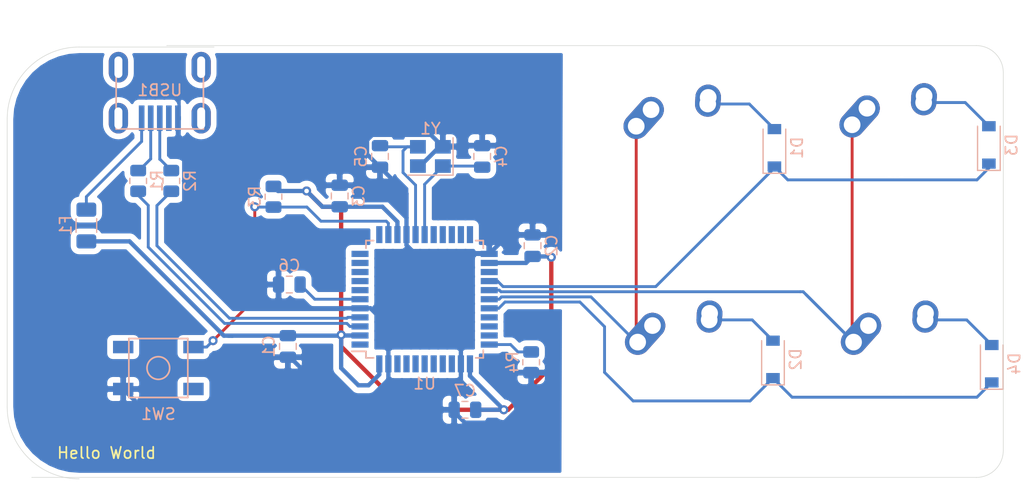
<source format=kicad_pcb>
(kicad_pcb (version 20171130) (host pcbnew 5.1.10-88a1d61d58~90~ubuntu20.04.1)

  (general
    (thickness 1.6)
    (drawings 10)
    (tracks 201)
    (zones 0)
    (modules 24)
    (nets 45)
  )

  (page A4)
  (layers
    (0 F.Cu signal)
    (31 B.Cu signal)
    (32 B.Adhes user)
    (33 F.Adhes user)
    (34 B.Paste user)
    (35 F.Paste user)
    (36 B.SilkS user)
    (37 F.SilkS user)
    (38 B.Mask user)
    (39 F.Mask user)
    (40 Dwgs.User user)
    (41 Cmts.User user)
    (42 Eco1.User user)
    (43 Eco2.User user)
    (44 Edge.Cuts user)
    (45 Margin user)
    (46 B.CrtYd user)
    (47 F.CrtYd user)
    (48 B.Fab user)
    (49 F.Fab user)
  )

  (setup
    (last_trace_width 0.254)
    (trace_clearance 0.2)
    (zone_clearance 0.508)
    (zone_45_only no)
    (trace_min 0.2)
    (via_size 0.8)
    (via_drill 0.4)
    (via_min_size 0.4)
    (via_min_drill 0.3)
    (uvia_size 0.3)
    (uvia_drill 0.1)
    (uvias_allowed no)
    (uvia_min_size 0.2)
    (uvia_min_drill 0.1)
    (edge_width 0.05)
    (segment_width 0.2)
    (pcb_text_width 0.3)
    (pcb_text_size 1.5 1.5)
    (mod_edge_width 0.12)
    (mod_text_size 1 1)
    (mod_text_width 0.15)
    (pad_size 1.524 1.524)
    (pad_drill 0.762)
    (pad_to_mask_clearance 0)
    (aux_axis_origin 0 0)
    (visible_elements FFFFFF7F)
    (pcbplotparams
      (layerselection 0x010fc_ffffffff)
      (usegerberextensions false)
      (usegerberattributes true)
      (usegerberadvancedattributes true)
      (creategerberjobfile true)
      (excludeedgelayer true)
      (linewidth 0.100000)
      (plotframeref false)
      (viasonmask false)
      (mode 1)
      (useauxorigin false)
      (hpglpennumber 1)
      (hpglpenspeed 20)
      (hpglpendiameter 15.000000)
      (psnegative false)
      (psa4output false)
      (plotreference true)
      (plotvalue true)
      (plotinvisibletext false)
      (padsonsilk false)
      (subtractmaskfromsilk false)
      (outputformat 1)
      (mirror false)
      (drillshape 1)
      (scaleselection 1)
      (outputdirectory ""))
  )

  (net 0 "")
  (net 1 GND)
  (net 2 +5V)
  (net 3 "Net-(C4-Pad1)")
  (net 4 "Net-(C5-Pad1)")
  (net 5 "Net-(C6-Pad1)")
  (net 6 "Net-(D1-Pad2)")
  (net 7 ROW0)
  (net 8 "Net-(D2-Pad2)")
  (net 9 ROW1)
  (net 10 "Net-(D3-Pad2)")
  (net 11 "Net-(D4-Pad2)")
  (net 12 VCC)
  (net 13 COL0)
  (net 14 COL1)
  (net 15 D-)
  (net 16 "Net-(R1-Pad1)")
  (net 17 D+)
  (net 18 "Net-(R2-Pad1)")
  (net 19 "Net-(R3-Pad2)")
  (net 20 "Net-(R4-Pad1)")
  (net 21 "Net-(U1-Pad42)")
  (net 22 "Net-(U1-Pad41)")
  (net 23 "Net-(U1-Pad40)")
  (net 24 "Net-(U1-Pad39)")
  (net 25 "Net-(U1-Pad38)")
  (net 26 "Net-(U1-Pad37)")
  (net 27 "Net-(U1-Pad36)")
  (net 28 "Net-(U1-Pad32)")
  (net 29 "Net-(U1-Pad31)")
  (net 30 "Net-(U1-Pad25)")
  (net 31 "Net-(U1-Pad22)")
  (net 32 "Net-(U1-Pad21)")
  (net 33 "Net-(U1-Pad20)")
  (net 34 "Net-(U1-Pad19)")
  (net 35 "Net-(U1-Pad18)")
  (net 36 "Net-(U1-Pad12)")
  (net 37 "Net-(U1-Pad11)")
  (net 38 "Net-(U1-Pad10)")
  (net 39 "Net-(U1-Pad9)")
  (net 40 "Net-(U1-Pad8)")
  (net 41 "Net-(U1-Pad1)")
  (net 42 "Net-(USB1-Pad6)")
  (net 43 "Net-(USB1-Pad2)")
  (net 44 "Net-(U1-Pad30)")

  (net_class Default "This is the default net class."
    (clearance 0.2)
    (trace_width 0.254)
    (via_dia 0.8)
    (via_drill 0.4)
    (uvia_dia 0.3)
    (uvia_drill 0.1)
    (add_net COL0)
    (add_net COL1)
    (add_net D+)
    (add_net D-)
    (add_net "Net-(C4-Pad1)")
    (add_net "Net-(C5-Pad1)")
    (add_net "Net-(C6-Pad1)")
    (add_net "Net-(D1-Pad2)")
    (add_net "Net-(D2-Pad2)")
    (add_net "Net-(D3-Pad2)")
    (add_net "Net-(D4-Pad2)")
    (add_net "Net-(R1-Pad1)")
    (add_net "Net-(R2-Pad1)")
    (add_net "Net-(R3-Pad2)")
    (add_net "Net-(R4-Pad1)")
    (add_net "Net-(U1-Pad1)")
    (add_net "Net-(U1-Pad10)")
    (add_net "Net-(U1-Pad11)")
    (add_net "Net-(U1-Pad12)")
    (add_net "Net-(U1-Pad18)")
    (add_net "Net-(U1-Pad19)")
    (add_net "Net-(U1-Pad20)")
    (add_net "Net-(U1-Pad21)")
    (add_net "Net-(U1-Pad22)")
    (add_net "Net-(U1-Pad25)")
    (add_net "Net-(U1-Pad30)")
    (add_net "Net-(U1-Pad31)")
    (add_net "Net-(U1-Pad32)")
    (add_net "Net-(U1-Pad36)")
    (add_net "Net-(U1-Pad37)")
    (add_net "Net-(U1-Pad38)")
    (add_net "Net-(U1-Pad39)")
    (add_net "Net-(U1-Pad40)")
    (add_net "Net-(U1-Pad41)")
    (add_net "Net-(U1-Pad42)")
    (add_net "Net-(U1-Pad8)")
    (add_net "Net-(U1-Pad9)")
    (add_net "Net-(USB1-Pad2)")
    (add_net "Net-(USB1-Pad6)")
    (add_net ROW0)
    (add_net ROW1)
    (add_net VCC)
  )

  (net_class Power ""
    (clearance 0.2)
    (trace_width 0.381)
    (via_dia 0.8)
    (via_drill 0.4)
    (uvia_dia 0.3)
    (uvia_drill 0.1)
    (add_net +5V)
    (add_net GND)
  )

  (module MX_Alps_Hybrid:MX-1U-NoLED (layer F.Cu) (tedit 5A9F5203) (tstamp 61759AA5)
    (at 151.511 53.975)
    (path /617B1929)
    (fp_text reference MX4 (at 0 3.175) (layer Dwgs.User)
      (effects (font (size 1 1) (thickness 0.15)))
    )
    (fp_text value MX-NoLED (at 0 -7.9375) (layer Dwgs.User)
      (effects (font (size 1 1) (thickness 0.15)))
    )
    (fp_line (start -9.525 9.525) (end -9.525 -9.525) (layer Dwgs.User) (width 0.15))
    (fp_line (start 9.525 9.525) (end -9.525 9.525) (layer Dwgs.User) (width 0.15))
    (fp_line (start 9.525 -9.525) (end 9.525 9.525) (layer Dwgs.User) (width 0.15))
    (fp_line (start -9.525 -9.525) (end 9.525 -9.525) (layer Dwgs.User) (width 0.15))
    (fp_line (start -7 -7) (end -7 -5) (layer Dwgs.User) (width 0.15))
    (fp_line (start -5 -7) (end -7 -7) (layer Dwgs.User) (width 0.15))
    (fp_line (start -7 7) (end -5 7) (layer Dwgs.User) (width 0.15))
    (fp_line (start -7 5) (end -7 7) (layer Dwgs.User) (width 0.15))
    (fp_line (start 7 7) (end 7 5) (layer Dwgs.User) (width 0.15))
    (fp_line (start 5 7) (end 7 7) (layer Dwgs.User) (width 0.15))
    (fp_line (start 7 -7) (end 7 -5) (layer Dwgs.User) (width 0.15))
    (fp_line (start 5 -7) (end 7 -7) (layer Dwgs.User) (width 0.15))
    (pad "" np_thru_hole circle (at 5.08 0 48.0996) (size 1.75 1.75) (drill 1.75) (layers *.Cu *.Mask))
    (pad "" np_thru_hole circle (at -5.08 0 48.0996) (size 1.75 1.75) (drill 1.75) (layers *.Cu *.Mask))
    (pad 1 thru_hole circle (at -2.5 -4) (size 2.25 2.25) (drill 1.47) (layers *.Cu B.Mask)
      (net 14 COL1))
    (pad "" np_thru_hole circle (at 0 0) (size 3.9878 3.9878) (drill 3.9878) (layers *.Cu *.Mask))
    (pad 1 thru_hole oval (at -3.81 -2.54 48.0996) (size 4.211556 2.25) (drill 1.47 (offset 0.980778 0)) (layers *.Cu B.Mask)
      (net 14 COL1))
    (pad 2 thru_hole circle (at 2.54 -5.08) (size 2.25 2.25) (drill 1.47) (layers *.Cu B.Mask)
      (net 11 "Net-(D4-Pad2)"))
    (pad 2 thru_hole oval (at 2.5 -4.5 86.0548) (size 2.831378 2.25) (drill 1.47 (offset 0.290689 0)) (layers *.Cu B.Mask)
      (net 11 "Net-(D4-Pad2)"))
  )

  (module Package_QFP:TQFP-44_10x10mm_P0.8mm (layer B.Cu) (tedit 5A02F146) (tstamp 61759B4A)
    (at 109.855 47.6504)
    (descr "44-Lead Plastic Thin Quad Flatpack (PT) - 10x10x1.0 mm Body [TQFP] (see Microchip Packaging Specification 00000049BS.pdf)")
    (tags "QFP 0.8")
    (path /61753113)
    (attr smd)
    (fp_text reference U1 (at 0 7.45) (layer B.SilkS)
      (effects (font (size 1 1) (thickness 0.15)) (justify mirror))
    )
    (fp_text value ATmega32U4-AU (at 0 -7.45) (layer B.Fab)
      (effects (font (size 1 1) (thickness 0.15)) (justify mirror))
    )
    (fp_line (start -5.175 4.6) (end -6.45 4.6) (layer B.SilkS) (width 0.15))
    (fp_line (start 5.175 5.175) (end 4.5 5.175) (layer B.SilkS) (width 0.15))
    (fp_line (start 5.175 -5.175) (end 4.5 -5.175) (layer B.SilkS) (width 0.15))
    (fp_line (start -5.175 -5.175) (end -4.5 -5.175) (layer B.SilkS) (width 0.15))
    (fp_line (start -5.175 5.175) (end -4.5 5.175) (layer B.SilkS) (width 0.15))
    (fp_line (start -5.175 -5.175) (end -5.175 -4.5) (layer B.SilkS) (width 0.15))
    (fp_line (start 5.175 -5.175) (end 5.175 -4.5) (layer B.SilkS) (width 0.15))
    (fp_line (start 5.175 5.175) (end 5.175 4.5) (layer B.SilkS) (width 0.15))
    (fp_line (start -5.175 5.175) (end -5.175 4.6) (layer B.SilkS) (width 0.15))
    (fp_line (start -6.7 -6.7) (end 6.7 -6.7) (layer B.CrtYd) (width 0.05))
    (fp_line (start -6.7 6.7) (end 6.7 6.7) (layer B.CrtYd) (width 0.05))
    (fp_line (start 6.7 6.7) (end 6.7 -6.7) (layer B.CrtYd) (width 0.05))
    (fp_line (start -6.7 6.7) (end -6.7 -6.7) (layer B.CrtYd) (width 0.05))
    (fp_line (start -5 4) (end -4 5) (layer B.Fab) (width 0.15))
    (fp_line (start -5 -5) (end -5 4) (layer B.Fab) (width 0.15))
    (fp_line (start 5 -5) (end -5 -5) (layer B.Fab) (width 0.15))
    (fp_line (start 5 5) (end 5 -5) (layer B.Fab) (width 0.15))
    (fp_line (start -4 5) (end 5 5) (layer B.Fab) (width 0.15))
    (fp_text user %R (at 0 0) (layer B.Fab)
      (effects (font (size 1 1) (thickness 0.15)) (justify mirror))
    )
    (pad 44 smd rect (at -4 5.7 270) (size 1.5 0.55) (layers B.Cu B.Paste B.Mask)
      (net 2 +5V))
    (pad 43 smd rect (at -3.2 5.7 270) (size 1.5 0.55) (layers B.Cu B.Paste B.Mask)
      (net 1 GND))
    (pad 42 smd rect (at -2.4 5.7 270) (size 1.5 0.55) (layers B.Cu B.Paste B.Mask)
      (net 21 "Net-(U1-Pad42)"))
    (pad 41 smd rect (at -1.6 5.7 270) (size 1.5 0.55) (layers B.Cu B.Paste B.Mask)
      (net 22 "Net-(U1-Pad41)"))
    (pad 40 smd rect (at -0.8 5.7 270) (size 1.5 0.55) (layers B.Cu B.Paste B.Mask)
      (net 23 "Net-(U1-Pad40)"))
    (pad 39 smd rect (at 0 5.7 270) (size 1.5 0.55) (layers B.Cu B.Paste B.Mask)
      (net 24 "Net-(U1-Pad39)"))
    (pad 38 smd rect (at 0.8 5.7 270) (size 1.5 0.55) (layers B.Cu B.Paste B.Mask)
      (net 25 "Net-(U1-Pad38)"))
    (pad 37 smd rect (at 1.6 5.7 270) (size 1.5 0.55) (layers B.Cu B.Paste B.Mask)
      (net 26 "Net-(U1-Pad37)"))
    (pad 36 smd rect (at 2.4 5.7 270) (size 1.5 0.55) (layers B.Cu B.Paste B.Mask)
      (net 27 "Net-(U1-Pad36)"))
    (pad 35 smd rect (at 3.2 5.7 270) (size 1.5 0.55) (layers B.Cu B.Paste B.Mask)
      (net 1 GND))
    (pad 34 smd rect (at 4 5.7 270) (size 1.5 0.55) (layers B.Cu B.Paste B.Mask)
      (net 2 +5V))
    (pad 33 smd rect (at 5.7 4) (size 1.5 0.55) (layers B.Cu B.Paste B.Mask)
      (net 20 "Net-(R4-Pad1)"))
    (pad 32 smd rect (at 5.7 3.2) (size 1.5 0.55) (layers B.Cu B.Paste B.Mask)
      (net 28 "Net-(U1-Pad32)"))
    (pad 31 smd rect (at 5.7 2.4) (size 1.5 0.55) (layers B.Cu B.Paste B.Mask)
      (net 29 "Net-(U1-Pad31)"))
    (pad 30 smd rect (at 5.7 1.6) (size 1.5 0.55) (layers B.Cu B.Paste B.Mask)
      (net 44 "Net-(U1-Pad30)"))
    (pad 29 smd rect (at 5.7 0.8) (size 1.5 0.55) (layers B.Cu B.Paste B.Mask)
      (net 9 ROW1))
    (pad 28 smd rect (at 5.7 0) (size 1.5 0.55) (layers B.Cu B.Paste B.Mask)
      (net 13 COL0))
    (pad 27 smd rect (at 5.7 -0.8) (size 1.5 0.55) (layers B.Cu B.Paste B.Mask)
      (net 14 COL1))
    (pad 26 smd rect (at 5.7 -1.6) (size 1.5 0.55) (layers B.Cu B.Paste B.Mask)
      (net 7 ROW0))
    (pad 25 smd rect (at 5.7 -2.4) (size 1.5 0.55) (layers B.Cu B.Paste B.Mask)
      (net 30 "Net-(U1-Pad25)"))
    (pad 24 smd rect (at 5.7 -3.2) (size 1.5 0.55) (layers B.Cu B.Paste B.Mask)
      (net 2 +5V))
    (pad 23 smd rect (at 5.7 -4) (size 1.5 0.55) (layers B.Cu B.Paste B.Mask)
      (net 1 GND))
    (pad 22 smd rect (at 4 -5.7 270) (size 1.5 0.55) (layers B.Cu B.Paste B.Mask)
      (net 31 "Net-(U1-Pad22)"))
    (pad 21 smd rect (at 3.2 -5.7 270) (size 1.5 0.55) (layers B.Cu B.Paste B.Mask)
      (net 32 "Net-(U1-Pad21)"))
    (pad 20 smd rect (at 2.4 -5.7 270) (size 1.5 0.55) (layers B.Cu B.Paste B.Mask)
      (net 33 "Net-(U1-Pad20)"))
    (pad 19 smd rect (at 1.6 -5.7 270) (size 1.5 0.55) (layers B.Cu B.Paste B.Mask)
      (net 34 "Net-(U1-Pad19)"))
    (pad 18 smd rect (at 0.8 -5.7 270) (size 1.5 0.55) (layers B.Cu B.Paste B.Mask)
      (net 35 "Net-(U1-Pad18)"))
    (pad 17 smd rect (at 0 -5.7 270) (size 1.5 0.55) (layers B.Cu B.Paste B.Mask)
      (net 3 "Net-(C4-Pad1)"))
    (pad 16 smd rect (at -0.8 -5.7 270) (size 1.5 0.55) (layers B.Cu B.Paste B.Mask)
      (net 4 "Net-(C5-Pad1)"))
    (pad 15 smd rect (at -1.6 -5.7 270) (size 1.5 0.55) (layers B.Cu B.Paste B.Mask)
      (net 1 GND))
    (pad 14 smd rect (at -2.4 -5.7 270) (size 1.5 0.55) (layers B.Cu B.Paste B.Mask)
      (net 2 +5V))
    (pad 13 smd rect (at -3.2 -5.7 270) (size 1.5 0.55) (layers B.Cu B.Paste B.Mask)
      (net 19 "Net-(R3-Pad2)"))
    (pad 12 smd rect (at -4 -5.7 270) (size 1.5 0.55) (layers B.Cu B.Paste B.Mask)
      (net 36 "Net-(U1-Pad12)"))
    (pad 11 smd rect (at -5.7 -4) (size 1.5 0.55) (layers B.Cu B.Paste B.Mask)
      (net 37 "Net-(U1-Pad11)"))
    (pad 10 smd rect (at -5.7 -3.2) (size 1.5 0.55) (layers B.Cu B.Paste B.Mask)
      (net 38 "Net-(U1-Pad10)"))
    (pad 9 smd rect (at -5.7 -2.4) (size 1.5 0.55) (layers B.Cu B.Paste B.Mask)
      (net 39 "Net-(U1-Pad9)"))
    (pad 8 smd rect (at -5.7 -1.6) (size 1.5 0.55) (layers B.Cu B.Paste B.Mask)
      (net 40 "Net-(U1-Pad8)"))
    (pad 7 smd rect (at -5.7 -0.8) (size 1.5 0.55) (layers B.Cu B.Paste B.Mask)
      (net 2 +5V))
    (pad 6 smd rect (at -5.7 0) (size 1.5 0.55) (layers B.Cu B.Paste B.Mask)
      (net 5 "Net-(C6-Pad1)"))
    (pad 5 smd rect (at -5.7 0.8) (size 1.5 0.55) (layers B.Cu B.Paste B.Mask)
      (net 1 GND))
    (pad 4 smd rect (at -5.7 1.6) (size 1.5 0.55) (layers B.Cu B.Paste B.Mask)
      (net 18 "Net-(R2-Pad1)"))
    (pad 3 smd rect (at -5.7 2.4) (size 1.5 0.55) (layers B.Cu B.Paste B.Mask)
      (net 16 "Net-(R1-Pad1)"))
    (pad 2 smd rect (at -5.7 3.2) (size 1.5 0.55) (layers B.Cu B.Paste B.Mask)
      (net 2 +5V))
    (pad 1 smd rect (at -5.7 4) (size 1.5 0.55) (layers B.Cu B.Paste B.Mask)
      (net 41 "Net-(U1-Pad1)"))
    (model ${KISYS3DMOD}/Package_QFP.3dshapes/TQFP-44_10x10mm_P0.8mm.wrl
      (at (xyz 0 0 0))
      (scale (xyz 1 1 1))
      (rotate (xyz 0 0 0))
    )
  )

  (module Crystal:Crystal_SMD_3225-4Pin_3.2x2.5mm (layer B.Cu) (tedit 5A0FD1B2) (tstamp 6175AF70)
    (at 110.363 35.052 180)
    (descr "SMD Crystal SERIES SMD3225/4 http://www.txccrystal.com/images/pdf/7m-accuracy.pdf, 3.2x2.5mm^2 package")
    (tags "SMD SMT crystal")
    (path /6176FC2A)
    (attr smd)
    (fp_text reference Y1 (at 0 2.45) (layer B.SilkS)
      (effects (font (size 1 1) (thickness 0.15)) (justify mirror))
    )
    (fp_text value 16MHz (at 0 -2.45) (layer B.Fab)
      (effects (font (size 1 1) (thickness 0.15)) (justify mirror))
    )
    (fp_line (start 2.1 1.7) (end -2.1 1.7) (layer B.CrtYd) (width 0.05))
    (fp_line (start 2.1 -1.7) (end 2.1 1.7) (layer B.CrtYd) (width 0.05))
    (fp_line (start -2.1 -1.7) (end 2.1 -1.7) (layer B.CrtYd) (width 0.05))
    (fp_line (start -2.1 1.7) (end -2.1 -1.7) (layer B.CrtYd) (width 0.05))
    (fp_line (start -2 -1.65) (end 2 -1.65) (layer B.SilkS) (width 0.12))
    (fp_line (start -2 1.65) (end -2 -1.65) (layer B.SilkS) (width 0.12))
    (fp_line (start -1.6 -0.25) (end -0.6 -1.25) (layer B.Fab) (width 0.1))
    (fp_line (start 1.6 1.25) (end -1.6 1.25) (layer B.Fab) (width 0.1))
    (fp_line (start 1.6 -1.25) (end 1.6 1.25) (layer B.Fab) (width 0.1))
    (fp_line (start -1.6 -1.25) (end 1.6 -1.25) (layer B.Fab) (width 0.1))
    (fp_line (start -1.6 1.25) (end -1.6 -1.25) (layer B.Fab) (width 0.1))
    (fp_text user %R (at 0 0) (layer B.Fab)
      (effects (font (size 0.7 0.7) (thickness 0.105)) (justify mirror))
    )
    (pad 4 smd rect (at -1.1 0.85 180) (size 1.4 1.2) (layers B.Cu B.Paste B.Mask)
      (net 1 GND))
    (pad 3 smd rect (at 1.1 0.85 180) (size 1.4 1.2) (layers B.Cu B.Paste B.Mask)
      (net 4 "Net-(C5-Pad1)"))
    (pad 2 smd rect (at 1.1 -0.85 180) (size 1.4 1.2) (layers B.Cu B.Paste B.Mask)
      (net 1 GND))
    (pad 1 smd rect (at -1.1 -0.85 180) (size 1.4 1.2) (layers B.Cu B.Paste B.Mask)
      (net 3 "Net-(C4-Pad1)"))
    (model ${KISYS3DMOD}/Crystal.3dshapes/Crystal_SMD_3225-4Pin_3.2x2.5mm.wrl
      (at (xyz 0 0 0))
      (scale (xyz 1 1 1))
      (rotate (xyz 0 0 0))
    )
  )

  (module random-keyboard-parts:Molex-0548190589 (layer B.Cu) (tedit 5C494815) (tstamp 61759B6A)
    (at 86.487 27.178 270)
    (path /617956D5)
    (attr smd)
    (fp_text reference USB1 (at 2.032 0) (layer B.SilkS)
      (effects (font (size 1 1) (thickness 0.15)) (justify mirror))
    )
    (fp_text value Molex-0548190589 (at -5.08 0) (layer Dwgs.User)
      (effects (font (size 1 1) (thickness 0.15)))
    )
    (fp_line (start 3.25 1.25) (end 5.5 1.25) (layer B.CrtYd) (width 0.15))
    (fp_line (start 5.5 0.5) (end 3.25 0.5) (layer B.CrtYd) (width 0.15))
    (fp_line (start 3.25 -0.5) (end 5.5 -0.5) (layer B.CrtYd) (width 0.15))
    (fp_line (start 5.5 -1.25) (end 3.25 -1.25) (layer B.CrtYd) (width 0.15))
    (fp_line (start 3.25 -2) (end 5.5 -2) (layer B.CrtYd) (width 0.15))
    (fp_line (start 3.25 2) (end 3.25 -2) (layer B.CrtYd) (width 0.15))
    (fp_line (start 5.5 2) (end 3.25 2) (layer B.CrtYd) (width 0.15))
    (fp_line (start -3.75 -3.75) (end -3.75 3.75) (layer B.CrtYd) (width 0.15))
    (fp_line (start 5.5 -3.75) (end -3.75 -3.75) (layer B.CrtYd) (width 0.15))
    (fp_line (start 5.5 3.75) (end 5.5 -3.75) (layer B.CrtYd) (width 0.15))
    (fp_line (start -3.75 3.75) (end 5.5 3.75) (layer B.CrtYd) (width 0.15))
    (fp_line (start 0 3.85) (end 5.45 3.85) (layer B.SilkS) (width 0.15))
    (fp_line (start 0 -3.85) (end 5.45 -3.85) (layer B.SilkS) (width 0.15))
    (fp_line (start 5.45 3.85) (end 5.45 -3.85) (layer B.SilkS) (width 0.15))
    (fp_line (start -3.75 3.85) (end 0 3.85) (layer Dwgs.User) (width 0.15))
    (fp_line (start -3.75 -3.85) (end 0 -3.85) (layer Dwgs.User) (width 0.15))
    (fp_line (start -1.75 4.572) (end -1.75 -4.572) (layer Dwgs.User) (width 0.15))
    (fp_line (start -3.75 3.85) (end -3.75 -3.85) (layer Dwgs.User) (width 0.15))
    (fp_text user %R (at 2 0) (layer B.CrtYd)
      (effects (font (size 1 1) (thickness 0.15)) (justify mirror))
    )
    (pad 6 thru_hole oval (at 0 3.65 270) (size 2.7 1.7) (drill oval 1.9 0.7) (layers *.Cu *.Mask)
      (net 42 "Net-(USB1-Pad6)"))
    (pad 6 thru_hole oval (at 0 -3.65 270) (size 2.7 1.7) (drill oval 1.9 0.7) (layers *.Cu *.Mask)
      (net 42 "Net-(USB1-Pad6)"))
    (pad 6 thru_hole oval (at 4.5 -3.65 270) (size 2.7 1.7) (drill oval 1.9 0.7) (layers *.Cu *.Mask)
      (net 42 "Net-(USB1-Pad6)"))
    (pad 6 thru_hole oval (at 4.5 3.65 270) (size 2.7 1.7) (drill oval 1.9 0.7) (layers *.Cu *.Mask)
      (net 42 "Net-(USB1-Pad6)"))
    (pad 5 smd rect (at 4.5 1.6 270) (size 2.25 0.5) (layers B.Cu B.Paste B.Mask)
      (net 12 VCC))
    (pad 4 smd rect (at 4.5 0.8 270) (size 2.25 0.5) (layers B.Cu B.Paste B.Mask)
      (net 15 D-))
    (pad 3 smd rect (at 4.5 0 270) (size 2.25 0.5) (layers B.Cu B.Paste B.Mask)
      (net 17 D+))
    (pad 2 smd rect (at 4.5 -0.8 270) (size 2.25 0.5) (layers B.Cu B.Paste B.Mask)
      (net 43 "Net-(USB1-Pad2)"))
    (pad 1 smd rect (at 4.5 -1.6 270) (size 2.25 0.5) (layers B.Cu B.Paste B.Mask)
      (net 1 GND))
  )

  (module random-keyboard-parts:SKQG-1155865 (layer B.Cu) (tedit 5E62B398) (tstamp 61759B07)
    (at 86.36 53.721 180)
    (path /6177C164)
    (attr smd)
    (fp_text reference SW1 (at 0 -4.064) (layer B.SilkS)
      (effects (font (size 1 1) (thickness 0.15)) (justify mirror))
    )
    (fp_text value SW_Push (at 0 4.064) (layer B.Fab)
      (effects (font (size 1 1) (thickness 0.15)) (justify mirror))
    )
    (fp_line (start -2.6 2.6) (end 2.6 2.6) (layer B.SilkS) (width 0.15))
    (fp_line (start 2.6 2.6) (end 2.6 -2.6) (layer B.SilkS) (width 0.15))
    (fp_line (start 2.6 -2.6) (end -2.6 -2.6) (layer B.SilkS) (width 0.15))
    (fp_line (start -2.6 -2.6) (end -2.6 2.6) (layer B.SilkS) (width 0.15))
    (fp_circle (center 0 0) (end 1 0) (layer B.SilkS) (width 0.15))
    (fp_line (start -4.2 2.6) (end 4.2 2.6) (layer B.Fab) (width 0.15))
    (fp_line (start 4.2 2.6) (end 4.2 1.2) (layer B.Fab) (width 0.15))
    (fp_line (start 4.2 1.1) (end 2.6 1.1) (layer B.Fab) (width 0.15))
    (fp_line (start 2.6 1.1) (end 2.6 -1.1) (layer B.Fab) (width 0.15))
    (fp_line (start 2.6 -1.1) (end 4.2 -1.1) (layer B.Fab) (width 0.15))
    (fp_line (start 4.2 -1.1) (end 4.2 -2.6) (layer B.Fab) (width 0.15))
    (fp_line (start 4.2 -2.6) (end -4.2 -2.6) (layer B.Fab) (width 0.15))
    (fp_line (start -4.2 -2.6) (end -4.2 -1.1) (layer B.Fab) (width 0.15))
    (fp_line (start -4.2 -1.1) (end -2.6 -1.1) (layer B.Fab) (width 0.15))
    (fp_line (start -2.6 -1.1) (end -2.6 1.1) (layer B.Fab) (width 0.15))
    (fp_line (start -2.6 1.1) (end -4.2 1.1) (layer B.Fab) (width 0.15))
    (fp_line (start -4.2 1.1) (end -4.2 2.6) (layer B.Fab) (width 0.15))
    (fp_circle (center 0 0) (end 1 0) (layer B.Fab) (width 0.15))
    (fp_line (start -2.6 1.1) (end -1.1 2.6) (layer B.Fab) (width 0.15))
    (fp_line (start 2.6 1.1) (end 1.1 2.6) (layer B.Fab) (width 0.15))
    (fp_line (start 2.6 -1.1) (end 1.1 -2.6) (layer B.Fab) (width 0.15))
    (fp_line (start -2.6 -1.1) (end -1.1 -2.6) (layer B.Fab) (width 0.15))
    (pad 4 smd rect (at -3.1 -1.85 180) (size 1.8 1.1) (layers B.Cu B.Paste B.Mask))
    (pad 3 smd rect (at 3.1 1.85 180) (size 1.8 1.1) (layers B.Cu B.Paste B.Mask))
    (pad 2 smd rect (at -3.1 1.85 180) (size 1.8 1.1) (layers B.Cu B.Paste B.Mask)
      (net 19 "Net-(R3-Pad2)"))
    (pad 1 smd rect (at 3.1 -1.85 180) (size 1.8 1.1) (layers B.Cu B.Paste B.Mask)
      (net 1 GND))
    (model ${KISYS3DMOD}/Button_Switch_SMD.3dshapes/SW_SPST_TL3342.step
      (at (xyz 0 0 0))
      (scale (xyz 1 1 1))
      (rotate (xyz 0 0 0))
    )
  )

  (module Resistor_SMD:R_0805_2012Metric (layer B.Cu) (tedit 5F68FEEE) (tstamp 61759AE9)
    (at 119.253 53.213 270)
    (descr "Resistor SMD 0805 (2012 Metric), square (rectangular) end terminal, IPC_7351 nominal, (Body size source: IPC-SM-782 page 72, https://www.pcb-3d.com/wordpress/wp-content/uploads/ipc-sm-782a_amendment_1_and_2.pdf), generated with kicad-footprint-generator")
    (tags resistor)
    (path /61759FD8)
    (attr smd)
    (fp_text reference R4 (at 0 1.65 90) (layer B.SilkS)
      (effects (font (size 1 1) (thickness 0.15)) (justify mirror))
    )
    (fp_text value 10k (at 0 -1.65 90) (layer B.Fab)
      (effects (font (size 1 1) (thickness 0.15)) (justify mirror))
    )
    (fp_line (start 1.68 -0.95) (end -1.68 -0.95) (layer B.CrtYd) (width 0.05))
    (fp_line (start 1.68 0.95) (end 1.68 -0.95) (layer B.CrtYd) (width 0.05))
    (fp_line (start -1.68 0.95) (end 1.68 0.95) (layer B.CrtYd) (width 0.05))
    (fp_line (start -1.68 -0.95) (end -1.68 0.95) (layer B.CrtYd) (width 0.05))
    (fp_line (start -0.227064 -0.735) (end 0.227064 -0.735) (layer B.SilkS) (width 0.12))
    (fp_line (start -0.227064 0.735) (end 0.227064 0.735) (layer B.SilkS) (width 0.12))
    (fp_line (start 1 -0.625) (end -1 -0.625) (layer B.Fab) (width 0.1))
    (fp_line (start 1 0.625) (end 1 -0.625) (layer B.Fab) (width 0.1))
    (fp_line (start -1 0.625) (end 1 0.625) (layer B.Fab) (width 0.1))
    (fp_line (start -1 -0.625) (end -1 0.625) (layer B.Fab) (width 0.1))
    (fp_text user %R (at 0 0 90) (layer B.Fab)
      (effects (font (size 0.5 0.5) (thickness 0.08)) (justify mirror))
    )
    (pad 2 smd roundrect (at 0.9125 0 270) (size 1.025 1.4) (layers B.Cu B.Paste B.Mask) (roundrect_rratio 0.243902)
      (net 1 GND))
    (pad 1 smd roundrect (at -0.9125 0 270) (size 1.025 1.4) (layers B.Cu B.Paste B.Mask) (roundrect_rratio 0.243902)
      (net 20 "Net-(R4-Pad1)"))
    (model ${KISYS3DMOD}/Resistor_SMD.3dshapes/R_0805_2012Metric.wrl
      (at (xyz 0 0 0))
      (scale (xyz 1 1 1))
      (rotate (xyz 0 0 0))
    )
  )

  (module Resistor_SMD:R_0805_2012Metric (layer B.Cu) (tedit 5F68FEEE) (tstamp 61759AD8)
    (at 96.52 38.608 270)
    (descr "Resistor SMD 0805 (2012 Metric), square (rectangular) end terminal, IPC_7351 nominal, (Body size source: IPC-SM-782 page 72, https://www.pcb-3d.com/wordpress/wp-content/uploads/ipc-sm-782a_amendment_1_and_2.pdf), generated with kicad-footprint-generator")
    (tags resistor)
    (path /6177FEB4)
    (attr smd)
    (fp_text reference R3 (at 0 1.65 90) (layer B.SilkS)
      (effects (font (size 1 1) (thickness 0.15)) (justify mirror))
    )
    (fp_text value 10k (at 0 -1.65 90) (layer B.Fab)
      (effects (font (size 1 1) (thickness 0.15)) (justify mirror))
    )
    (fp_line (start 1.68 -0.95) (end -1.68 -0.95) (layer B.CrtYd) (width 0.05))
    (fp_line (start 1.68 0.95) (end 1.68 -0.95) (layer B.CrtYd) (width 0.05))
    (fp_line (start -1.68 0.95) (end 1.68 0.95) (layer B.CrtYd) (width 0.05))
    (fp_line (start -1.68 -0.95) (end -1.68 0.95) (layer B.CrtYd) (width 0.05))
    (fp_line (start -0.227064 -0.735) (end 0.227064 -0.735) (layer B.SilkS) (width 0.12))
    (fp_line (start -0.227064 0.735) (end 0.227064 0.735) (layer B.SilkS) (width 0.12))
    (fp_line (start 1 -0.625) (end -1 -0.625) (layer B.Fab) (width 0.1))
    (fp_line (start 1 0.625) (end 1 -0.625) (layer B.Fab) (width 0.1))
    (fp_line (start -1 0.625) (end 1 0.625) (layer B.Fab) (width 0.1))
    (fp_line (start -1 -0.625) (end -1 0.625) (layer B.Fab) (width 0.1))
    (fp_text user %R (at 0 0 90) (layer B.Fab)
      (effects (font (size 0.5 0.5) (thickness 0.08)) (justify mirror))
    )
    (pad 2 smd roundrect (at 0.9125 0 270) (size 1.025 1.4) (layers B.Cu B.Paste B.Mask) (roundrect_rratio 0.243902)
      (net 19 "Net-(R3-Pad2)"))
    (pad 1 smd roundrect (at -0.9125 0 270) (size 1.025 1.4) (layers B.Cu B.Paste B.Mask) (roundrect_rratio 0.243902)
      (net 2 +5V))
    (model ${KISYS3DMOD}/Resistor_SMD.3dshapes/R_0805_2012Metric.wrl
      (at (xyz 0 0 0))
      (scale (xyz 1 1 1))
      (rotate (xyz 0 0 0))
    )
  )

  (module Resistor_SMD:R_0805_2012Metric (layer B.Cu) (tedit 5F68FEEE) (tstamp 6175BA94)
    (at 87.503 37.211 90)
    (descr "Resistor SMD 0805 (2012 Metric), square (rectangular) end terminal, IPC_7351 nominal, (Body size source: IPC-SM-782 page 72, https://www.pcb-3d.com/wordpress/wp-content/uploads/ipc-sm-782a_amendment_1_and_2.pdf), generated with kicad-footprint-generator")
    (tags resistor)
    (path /6178E438)
    (attr smd)
    (fp_text reference R2 (at 0 1.65 90) (layer B.SilkS)
      (effects (font (size 1 1) (thickness 0.15)) (justify mirror))
    )
    (fp_text value 22 (at 0 -1.65 90) (layer B.Fab)
      (effects (font (size 1 1) (thickness 0.15)) (justify mirror))
    )
    (fp_line (start 1.68 -0.95) (end -1.68 -0.95) (layer B.CrtYd) (width 0.05))
    (fp_line (start 1.68 0.95) (end 1.68 -0.95) (layer B.CrtYd) (width 0.05))
    (fp_line (start -1.68 0.95) (end 1.68 0.95) (layer B.CrtYd) (width 0.05))
    (fp_line (start -1.68 -0.95) (end -1.68 0.95) (layer B.CrtYd) (width 0.05))
    (fp_line (start -0.227064 -0.735) (end 0.227064 -0.735) (layer B.SilkS) (width 0.12))
    (fp_line (start -0.227064 0.735) (end 0.227064 0.735) (layer B.SilkS) (width 0.12))
    (fp_line (start 1 -0.625) (end -1 -0.625) (layer B.Fab) (width 0.1))
    (fp_line (start 1 0.625) (end 1 -0.625) (layer B.Fab) (width 0.1))
    (fp_line (start -1 0.625) (end 1 0.625) (layer B.Fab) (width 0.1))
    (fp_line (start -1 -0.625) (end -1 0.625) (layer B.Fab) (width 0.1))
    (fp_text user %R (at 0 0 90) (layer B.Fab)
      (effects (font (size 0.5 0.5) (thickness 0.08)) (justify mirror))
    )
    (pad 2 smd roundrect (at 0.9125 0 90) (size 1.025 1.4) (layers B.Cu B.Paste B.Mask) (roundrect_rratio 0.243902)
      (net 17 D+))
    (pad 1 smd roundrect (at -0.9125 0 90) (size 1.025 1.4) (layers B.Cu B.Paste B.Mask) (roundrect_rratio 0.243902)
      (net 18 "Net-(R2-Pad1)"))
    (model ${KISYS3DMOD}/Resistor_SMD.3dshapes/R_0805_2012Metric.wrl
      (at (xyz 0 0 0))
      (scale (xyz 1 1 1))
      (rotate (xyz 0 0 0))
    )
  )

  (module Resistor_SMD:R_0805_2012Metric (layer B.Cu) (tedit 5F68FEEE) (tstamp 61759AB6)
    (at 84.582 37.211 90)
    (descr "Resistor SMD 0805 (2012 Metric), square (rectangular) end terminal, IPC_7351 nominal, (Body size source: IPC-SM-782 page 72, https://www.pcb-3d.com/wordpress/wp-content/uploads/ipc-sm-782a_amendment_1_and_2.pdf), generated with kicad-footprint-generator")
    (tags resistor)
    (path /6179077D)
    (attr smd)
    (fp_text reference R1 (at 0 1.65 90) (layer B.SilkS)
      (effects (font (size 1 1) (thickness 0.15)) (justify mirror))
    )
    (fp_text value 22 (at 0 -1.65 90) (layer B.Fab)
      (effects (font (size 1 1) (thickness 0.15)) (justify mirror))
    )
    (fp_line (start 1.68 -0.95) (end -1.68 -0.95) (layer B.CrtYd) (width 0.05))
    (fp_line (start 1.68 0.95) (end 1.68 -0.95) (layer B.CrtYd) (width 0.05))
    (fp_line (start -1.68 0.95) (end 1.68 0.95) (layer B.CrtYd) (width 0.05))
    (fp_line (start -1.68 -0.95) (end -1.68 0.95) (layer B.CrtYd) (width 0.05))
    (fp_line (start -0.227064 -0.735) (end 0.227064 -0.735) (layer B.SilkS) (width 0.12))
    (fp_line (start -0.227064 0.735) (end 0.227064 0.735) (layer B.SilkS) (width 0.12))
    (fp_line (start 1 -0.625) (end -1 -0.625) (layer B.Fab) (width 0.1))
    (fp_line (start 1 0.625) (end 1 -0.625) (layer B.Fab) (width 0.1))
    (fp_line (start -1 0.625) (end 1 0.625) (layer B.Fab) (width 0.1))
    (fp_line (start -1 -0.625) (end -1 0.625) (layer B.Fab) (width 0.1))
    (fp_text user %R (at 0 0 90) (layer B.Fab)
      (effects (font (size 0.5 0.5) (thickness 0.08)) (justify mirror))
    )
    (pad 2 smd roundrect (at 0.9125 0 90) (size 1.025 1.4) (layers B.Cu B.Paste B.Mask) (roundrect_rratio 0.243902)
      (net 15 D-))
    (pad 1 smd roundrect (at -0.9125 0 90) (size 1.025 1.4) (layers B.Cu B.Paste B.Mask) (roundrect_rratio 0.243902)
      (net 16 "Net-(R1-Pad1)"))
    (model ${KISYS3DMOD}/Resistor_SMD.3dshapes/R_0805_2012Metric.wrl
      (at (xyz 0 0 0))
      (scale (xyz 1 1 1))
      (rotate (xyz 0 0 0))
    )
  )

  (module MX_Alps_Hybrid:MX-1U-NoLED (layer F.Cu) (tedit 5A9F5203) (tstamp 61759A8E)
    (at 151.384 34.798)
    (path /617A972D)
    (fp_text reference MX3 (at 0 3.175) (layer Dwgs.User)
      (effects (font (size 1 1) (thickness 0.15)))
    )
    (fp_text value MX-NoLED (at 0 -7.9375) (layer Dwgs.User)
      (effects (font (size 1 1) (thickness 0.15)))
    )
    (fp_line (start -9.525 9.525) (end -9.525 -9.525) (layer Dwgs.User) (width 0.15))
    (fp_line (start 9.525 9.525) (end -9.525 9.525) (layer Dwgs.User) (width 0.15))
    (fp_line (start 9.525 -9.525) (end 9.525 9.525) (layer Dwgs.User) (width 0.15))
    (fp_line (start -9.525 -9.525) (end 9.525 -9.525) (layer Dwgs.User) (width 0.15))
    (fp_line (start -7 -7) (end -7 -5) (layer Dwgs.User) (width 0.15))
    (fp_line (start -5 -7) (end -7 -7) (layer Dwgs.User) (width 0.15))
    (fp_line (start -7 7) (end -5 7) (layer Dwgs.User) (width 0.15))
    (fp_line (start -7 5) (end -7 7) (layer Dwgs.User) (width 0.15))
    (fp_line (start 7 7) (end 7 5) (layer Dwgs.User) (width 0.15))
    (fp_line (start 5 7) (end 7 7) (layer Dwgs.User) (width 0.15))
    (fp_line (start 7 -7) (end 7 -5) (layer Dwgs.User) (width 0.15))
    (fp_line (start 5 -7) (end 7 -7) (layer Dwgs.User) (width 0.15))
    (pad "" np_thru_hole circle (at 5.08 0 48.0996) (size 1.75 1.75) (drill 1.75) (layers *.Cu *.Mask))
    (pad "" np_thru_hole circle (at -5.08 0 48.0996) (size 1.75 1.75) (drill 1.75) (layers *.Cu *.Mask))
    (pad 1 thru_hole circle (at -2.5 -4) (size 2.25 2.25) (drill 1.47) (layers *.Cu B.Mask)
      (net 14 COL1))
    (pad "" np_thru_hole circle (at 0 0) (size 3.9878 3.9878) (drill 3.9878) (layers *.Cu *.Mask))
    (pad 1 thru_hole oval (at -3.81 -2.54 48.0996) (size 4.211556 2.25) (drill 1.47 (offset 0.980778 0)) (layers *.Cu B.Mask)
      (net 14 COL1))
    (pad 2 thru_hole circle (at 2.54 -5.08) (size 2.25 2.25) (drill 1.47) (layers *.Cu B.Mask)
      (net 10 "Net-(D3-Pad2)"))
    (pad 2 thru_hole oval (at 2.5 -4.5 86.0548) (size 2.831378 2.25) (drill 1.47 (offset 0.290689 0)) (layers *.Cu B.Mask)
      (net 10 "Net-(D3-Pad2)"))
  )

  (module MX_Alps_Hybrid:MX-1U-NoLED (layer F.Cu) (tedit 5A9F5203) (tstamp 61759A77)
    (at 132.461 53.975)
    (path /617AAD2E)
    (fp_text reference MX2 (at 0 3.175) (layer Dwgs.User)
      (effects (font (size 1 1) (thickness 0.15)))
    )
    (fp_text value MX-NoLED (at 0 -7.9375) (layer Dwgs.User)
      (effects (font (size 1 1) (thickness 0.15)))
    )
    (fp_line (start -9.525 9.525) (end -9.525 -9.525) (layer Dwgs.User) (width 0.15))
    (fp_line (start 9.525 9.525) (end -9.525 9.525) (layer Dwgs.User) (width 0.15))
    (fp_line (start 9.525 -9.525) (end 9.525 9.525) (layer Dwgs.User) (width 0.15))
    (fp_line (start -9.525 -9.525) (end 9.525 -9.525) (layer Dwgs.User) (width 0.15))
    (fp_line (start -7 -7) (end -7 -5) (layer Dwgs.User) (width 0.15))
    (fp_line (start -5 -7) (end -7 -7) (layer Dwgs.User) (width 0.15))
    (fp_line (start -7 7) (end -5 7) (layer Dwgs.User) (width 0.15))
    (fp_line (start -7 5) (end -7 7) (layer Dwgs.User) (width 0.15))
    (fp_line (start 7 7) (end 7 5) (layer Dwgs.User) (width 0.15))
    (fp_line (start 5 7) (end 7 7) (layer Dwgs.User) (width 0.15))
    (fp_line (start 7 -7) (end 7 -5) (layer Dwgs.User) (width 0.15))
    (fp_line (start 5 -7) (end 7 -7) (layer Dwgs.User) (width 0.15))
    (pad "" np_thru_hole circle (at 5.08 0 48.0996) (size 1.75 1.75) (drill 1.75) (layers *.Cu *.Mask))
    (pad "" np_thru_hole circle (at -5.08 0 48.0996) (size 1.75 1.75) (drill 1.75) (layers *.Cu *.Mask))
    (pad 1 thru_hole circle (at -2.5 -4) (size 2.25 2.25) (drill 1.47) (layers *.Cu B.Mask)
      (net 13 COL0))
    (pad "" np_thru_hole circle (at 0 0) (size 3.9878 3.9878) (drill 3.9878) (layers *.Cu *.Mask))
    (pad 1 thru_hole oval (at -3.81 -2.54 48.0996) (size 4.211556 2.25) (drill 1.47 (offset 0.980778 0)) (layers *.Cu B.Mask)
      (net 13 COL0))
    (pad 2 thru_hole circle (at 2.54 -5.08) (size 2.25 2.25) (drill 1.47) (layers *.Cu B.Mask)
      (net 8 "Net-(D2-Pad2)"))
    (pad 2 thru_hole oval (at 2.5 -4.5 86.0548) (size 2.831378 2.25) (drill 1.47 (offset 0.290689 0)) (layers *.Cu B.Mask)
      (net 8 "Net-(D2-Pad2)"))
  )

  (module MX_Alps_Hybrid:MX-1U-NoLED (layer F.Cu) (tedit 5A9F5203) (tstamp 61759A60)
    (at 132.334 34.925)
    (path /617A073C)
    (fp_text reference MX1 (at 0 3.175) (layer Dwgs.User)
      (effects (font (size 1 1) (thickness 0.15)))
    )
    (fp_text value MX-NoLED (at 0 -7.9375) (layer Dwgs.User)
      (effects (font (size 1 1) (thickness 0.15)))
    )
    (fp_line (start -9.525 9.525) (end -9.525 -9.525) (layer Dwgs.User) (width 0.15))
    (fp_line (start 9.525 9.525) (end -9.525 9.525) (layer Dwgs.User) (width 0.15))
    (fp_line (start 9.525 -9.525) (end 9.525 9.525) (layer Dwgs.User) (width 0.15))
    (fp_line (start -9.525 -9.525) (end 9.525 -9.525) (layer Dwgs.User) (width 0.15))
    (fp_line (start -7 -7) (end -7 -5) (layer Dwgs.User) (width 0.15))
    (fp_line (start -5 -7) (end -7 -7) (layer Dwgs.User) (width 0.15))
    (fp_line (start -7 7) (end -5 7) (layer Dwgs.User) (width 0.15))
    (fp_line (start -7 5) (end -7 7) (layer Dwgs.User) (width 0.15))
    (fp_line (start 7 7) (end 7 5) (layer Dwgs.User) (width 0.15))
    (fp_line (start 5 7) (end 7 7) (layer Dwgs.User) (width 0.15))
    (fp_line (start 7 -7) (end 7 -5) (layer Dwgs.User) (width 0.15))
    (fp_line (start 5 -7) (end 7 -7) (layer Dwgs.User) (width 0.15))
    (pad "" np_thru_hole circle (at 5.08 0 48.0996) (size 1.75 1.75) (drill 1.75) (layers *.Cu *.Mask))
    (pad "" np_thru_hole circle (at -5.08 0 48.0996) (size 1.75 1.75) (drill 1.75) (layers *.Cu *.Mask))
    (pad 1 thru_hole circle (at -2.5 -4) (size 2.25 2.25) (drill 1.47) (layers *.Cu B.Mask)
      (net 13 COL0))
    (pad "" np_thru_hole circle (at 0 0) (size 3.9878 3.9878) (drill 3.9878) (layers *.Cu *.Mask))
    (pad 1 thru_hole oval (at -3.81 -2.54 48.0996) (size 4.211556 2.25) (drill 1.47 (offset 0.980778 0)) (layers *.Cu B.Mask)
      (net 13 COL0))
    (pad 2 thru_hole circle (at 2.54 -5.08) (size 2.25 2.25) (drill 1.47) (layers *.Cu B.Mask)
      (net 6 "Net-(D1-Pad2)"))
    (pad 2 thru_hole oval (at 2.5 -4.5 86.0548) (size 2.831378 2.25) (drill 1.47 (offset 0.290689 0)) (layers *.Cu B.Mask)
      (net 6 "Net-(D1-Pad2)"))
  )

  (module Fuse:Fuse_1206_3216Metric (layer B.Cu) (tedit 5F68FEF1) (tstamp 6175AFED)
    (at 80.01 41.148 270)
    (descr "Fuse SMD 1206 (3216 Metric), square (rectangular) end terminal, IPC_7351 nominal, (Body size source: http://www.tortai-tech.com/upload/download/2011102023233369053.pdf), generated with kicad-footprint-generator")
    (tags fuse)
    (path /6179829D)
    (attr smd)
    (fp_text reference F1 (at 0 1.82 270) (layer B.SilkS)
      (effects (font (size 1 1) (thickness 0.15)) (justify mirror))
    )
    (fp_text value 500mA (at 0 -1.82 270) (layer B.Fab)
      (effects (font (size 1 1) (thickness 0.15)) (justify mirror))
    )
    (fp_line (start 2.28 -1.12) (end -2.28 -1.12) (layer B.CrtYd) (width 0.05))
    (fp_line (start 2.28 1.12) (end 2.28 -1.12) (layer B.CrtYd) (width 0.05))
    (fp_line (start -2.28 1.12) (end 2.28 1.12) (layer B.CrtYd) (width 0.05))
    (fp_line (start -2.28 -1.12) (end -2.28 1.12) (layer B.CrtYd) (width 0.05))
    (fp_line (start -0.602064 -0.91) (end 0.602064 -0.91) (layer B.SilkS) (width 0.12))
    (fp_line (start -0.602064 0.91) (end 0.602064 0.91) (layer B.SilkS) (width 0.12))
    (fp_line (start 1.6 -0.8) (end -1.6 -0.8) (layer B.Fab) (width 0.1))
    (fp_line (start 1.6 0.8) (end 1.6 -0.8) (layer B.Fab) (width 0.1))
    (fp_line (start -1.6 0.8) (end 1.6 0.8) (layer B.Fab) (width 0.1))
    (fp_line (start -1.6 -0.8) (end -1.6 0.8) (layer B.Fab) (width 0.1))
    (fp_text user %R (at 0 0 270) (layer F.Fab)
      (effects (font (size 0.8 0.8) (thickness 0.12)))
    )
    (pad 2 smd roundrect (at 1.4 0 270) (size 1.25 1.75) (layers B.Cu B.Paste B.Mask) (roundrect_rratio 0.2)
      (net 2 +5V))
    (pad 1 smd roundrect (at -1.4 0 270) (size 1.25 1.75) (layers B.Cu B.Paste B.Mask) (roundrect_rratio 0.2)
      (net 12 VCC))
    (model ${KISYS3DMOD}/Fuse.3dshapes/Fuse_1206_3216Metric.wrl
      (at (xyz 0 0 0))
      (scale (xyz 1 1 1))
      (rotate (xyz 0 0 0))
    )
  )

  (module Diode_SMD:D_SOD-123 (layer B.Cu) (tedit 58645DC7) (tstamp 61759A38)
    (at 159.893 53.34 90)
    (descr SOD-123)
    (tags SOD-123)
    (path /617B192F)
    (attr smd)
    (fp_text reference D4 (at 0 2 270) (layer B.SilkS)
      (effects (font (size 1 1) (thickness 0.15)) (justify mirror))
    )
    (fp_text value D_Small (at 0 -2.1 270) (layer B.Fab)
      (effects (font (size 1 1) (thickness 0.15)) (justify mirror))
    )
    (fp_line (start -2.25 1) (end 1.65 1) (layer B.SilkS) (width 0.12))
    (fp_line (start -2.25 -1) (end 1.65 -1) (layer B.SilkS) (width 0.12))
    (fp_line (start -2.35 1.15) (end -2.35 -1.15) (layer B.CrtYd) (width 0.05))
    (fp_line (start 2.35 -1.15) (end -2.35 -1.15) (layer B.CrtYd) (width 0.05))
    (fp_line (start 2.35 1.15) (end 2.35 -1.15) (layer B.CrtYd) (width 0.05))
    (fp_line (start -2.35 1.15) (end 2.35 1.15) (layer B.CrtYd) (width 0.05))
    (fp_line (start -1.4 0.9) (end 1.4 0.9) (layer B.Fab) (width 0.1))
    (fp_line (start 1.4 0.9) (end 1.4 -0.9) (layer B.Fab) (width 0.1))
    (fp_line (start 1.4 -0.9) (end -1.4 -0.9) (layer B.Fab) (width 0.1))
    (fp_line (start -1.4 -0.9) (end -1.4 0.9) (layer B.Fab) (width 0.1))
    (fp_line (start -0.75 0) (end -0.35 0) (layer B.Fab) (width 0.1))
    (fp_line (start -0.35 0) (end -0.35 0.55) (layer B.Fab) (width 0.1))
    (fp_line (start -0.35 0) (end -0.35 -0.55) (layer B.Fab) (width 0.1))
    (fp_line (start -0.35 0) (end 0.25 0.4) (layer B.Fab) (width 0.1))
    (fp_line (start 0.25 0.4) (end 0.25 -0.4) (layer B.Fab) (width 0.1))
    (fp_line (start 0.25 -0.4) (end -0.35 0) (layer B.Fab) (width 0.1))
    (fp_line (start 0.25 0) (end 0.75 0) (layer B.Fab) (width 0.1))
    (fp_line (start -2.25 1) (end -2.25 -1) (layer B.SilkS) (width 0.12))
    (fp_text user %R (at 0 2 270) (layer B.Fab)
      (effects (font (size 1 1) (thickness 0.15)) (justify mirror))
    )
    (pad 2 smd rect (at 1.65 0 90) (size 0.9 1.2) (layers B.Cu B.Paste B.Mask)
      (net 11 "Net-(D4-Pad2)"))
    (pad 1 smd rect (at -1.65 0 90) (size 0.9 1.2) (layers B.Cu B.Paste B.Mask)
      (net 9 ROW1))
    (model ${KISYS3DMOD}/Diode_SMD.3dshapes/D_SOD-123.wrl
      (at (xyz 0 0 0))
      (scale (xyz 1 1 1))
      (rotate (xyz 0 0 0))
    )
  )

  (module Diode_SMD:D_SOD-123 (layer B.Cu) (tedit 58645DC7) (tstamp 61759A1F)
    (at 159.639 34.036 90)
    (descr SOD-123)
    (tags SOD-123)
    (path /617A9733)
    (attr smd)
    (fp_text reference D3 (at 0 2 90) (layer B.SilkS)
      (effects (font (size 1 1) (thickness 0.15)) (justify mirror))
    )
    (fp_text value D_Small (at 0 -2.1 90) (layer B.Fab)
      (effects (font (size 1 1) (thickness 0.15)) (justify mirror))
    )
    (fp_line (start -2.25 1) (end 1.65 1) (layer B.SilkS) (width 0.12))
    (fp_line (start -2.25 -1) (end 1.65 -1) (layer B.SilkS) (width 0.12))
    (fp_line (start -2.35 1.15) (end -2.35 -1.15) (layer B.CrtYd) (width 0.05))
    (fp_line (start 2.35 -1.15) (end -2.35 -1.15) (layer B.CrtYd) (width 0.05))
    (fp_line (start 2.35 1.15) (end 2.35 -1.15) (layer B.CrtYd) (width 0.05))
    (fp_line (start -2.35 1.15) (end 2.35 1.15) (layer B.CrtYd) (width 0.05))
    (fp_line (start -1.4 0.9) (end 1.4 0.9) (layer B.Fab) (width 0.1))
    (fp_line (start 1.4 0.9) (end 1.4 -0.9) (layer B.Fab) (width 0.1))
    (fp_line (start 1.4 -0.9) (end -1.4 -0.9) (layer B.Fab) (width 0.1))
    (fp_line (start -1.4 -0.9) (end -1.4 0.9) (layer B.Fab) (width 0.1))
    (fp_line (start -0.75 0) (end -0.35 0) (layer B.Fab) (width 0.1))
    (fp_line (start -0.35 0) (end -0.35 0.55) (layer B.Fab) (width 0.1))
    (fp_line (start -0.35 0) (end -0.35 -0.55) (layer B.Fab) (width 0.1))
    (fp_line (start -0.35 0) (end 0.25 0.4) (layer B.Fab) (width 0.1))
    (fp_line (start 0.25 0.4) (end 0.25 -0.4) (layer B.Fab) (width 0.1))
    (fp_line (start 0.25 -0.4) (end -0.35 0) (layer B.Fab) (width 0.1))
    (fp_line (start 0.25 0) (end 0.75 0) (layer B.Fab) (width 0.1))
    (fp_line (start -2.25 1) (end -2.25 -1) (layer B.SilkS) (width 0.12))
    (fp_text user %R (at 0 2 90) (layer B.Fab)
      (effects (font (size 1 1) (thickness 0.15)) (justify mirror))
    )
    (pad 2 smd rect (at 1.65 0 90) (size 0.9 1.2) (layers B.Cu B.Paste B.Mask)
      (net 10 "Net-(D3-Pad2)"))
    (pad 1 smd rect (at -1.65 0 90) (size 0.9 1.2) (layers B.Cu B.Paste B.Mask)
      (net 7 ROW0))
    (model ${KISYS3DMOD}/Diode_SMD.3dshapes/D_SOD-123.wrl
      (at (xyz 0 0 0))
      (scale (xyz 1 1 1))
      (rotate (xyz 0 0 0))
    )
  )

  (module Diode_SMD:D_SOD-123 (layer B.Cu) (tedit 58645DC7) (tstamp 61759A06)
    (at 140.589 52.959 90)
    (descr SOD-123)
    (tags SOD-123)
    (path /617AAD34)
    (attr smd)
    (fp_text reference D2 (at 0 2 90) (layer B.SilkS)
      (effects (font (size 1 1) (thickness 0.15)) (justify mirror))
    )
    (fp_text value D_Small (at 0 -2.1 90) (layer B.Fab)
      (effects (font (size 1 1) (thickness 0.15)) (justify mirror))
    )
    (fp_line (start -2.25 1) (end 1.65 1) (layer B.SilkS) (width 0.12))
    (fp_line (start -2.25 -1) (end 1.65 -1) (layer B.SilkS) (width 0.12))
    (fp_line (start -2.35 1.15) (end -2.35 -1.15) (layer B.CrtYd) (width 0.05))
    (fp_line (start 2.35 -1.15) (end -2.35 -1.15) (layer B.CrtYd) (width 0.05))
    (fp_line (start 2.35 1.15) (end 2.35 -1.15) (layer B.CrtYd) (width 0.05))
    (fp_line (start -2.35 1.15) (end 2.35 1.15) (layer B.CrtYd) (width 0.05))
    (fp_line (start -1.4 0.9) (end 1.4 0.9) (layer B.Fab) (width 0.1))
    (fp_line (start 1.4 0.9) (end 1.4 -0.9) (layer B.Fab) (width 0.1))
    (fp_line (start 1.4 -0.9) (end -1.4 -0.9) (layer B.Fab) (width 0.1))
    (fp_line (start -1.4 -0.9) (end -1.4 0.9) (layer B.Fab) (width 0.1))
    (fp_line (start -0.75 0) (end -0.35 0) (layer B.Fab) (width 0.1))
    (fp_line (start -0.35 0) (end -0.35 0.55) (layer B.Fab) (width 0.1))
    (fp_line (start -0.35 0) (end -0.35 -0.55) (layer B.Fab) (width 0.1))
    (fp_line (start -0.35 0) (end 0.25 0.4) (layer B.Fab) (width 0.1))
    (fp_line (start 0.25 0.4) (end 0.25 -0.4) (layer B.Fab) (width 0.1))
    (fp_line (start 0.25 -0.4) (end -0.35 0) (layer B.Fab) (width 0.1))
    (fp_line (start 0.25 0) (end 0.75 0) (layer B.Fab) (width 0.1))
    (fp_line (start -2.25 1) (end -2.25 -1) (layer B.SilkS) (width 0.12))
    (fp_text user %R (at 0 2 90) (layer B.Fab)
      (effects (font (size 1 1) (thickness 0.15)) (justify mirror))
    )
    (pad 2 smd rect (at 1.65 0 90) (size 0.9 1.2) (layers B.Cu B.Paste B.Mask)
      (net 8 "Net-(D2-Pad2)"))
    (pad 1 smd rect (at -1.65 0 90) (size 0.9 1.2) (layers B.Cu B.Paste B.Mask)
      (net 9 ROW1))
    (model ${KISYS3DMOD}/Diode_SMD.3dshapes/D_SOD-123.wrl
      (at (xyz 0 0 0))
      (scale (xyz 1 1 1))
      (rotate (xyz 0 0 0))
    )
  )

  (module Diode_SMD:D_SOD-123 (layer B.Cu) (tedit 58645DC7) (tstamp 617599ED)
    (at 140.716 34.29 90)
    (descr SOD-123)
    (tags SOD-123)
    (path /617A0F69)
    (attr smd)
    (fp_text reference D1 (at 0 2 270) (layer B.SilkS)
      (effects (font (size 1 1) (thickness 0.15)) (justify mirror))
    )
    (fp_text value D_Small (at 0 -2.1 270) (layer B.Fab)
      (effects (font (size 1 1) (thickness 0.15)) (justify mirror))
    )
    (fp_line (start -2.25 1) (end 1.65 1) (layer B.SilkS) (width 0.12))
    (fp_line (start -2.25 -1) (end 1.65 -1) (layer B.SilkS) (width 0.12))
    (fp_line (start -2.35 1.15) (end -2.35 -1.15) (layer B.CrtYd) (width 0.05))
    (fp_line (start 2.35 -1.15) (end -2.35 -1.15) (layer B.CrtYd) (width 0.05))
    (fp_line (start 2.35 1.15) (end 2.35 -1.15) (layer B.CrtYd) (width 0.05))
    (fp_line (start -2.35 1.15) (end 2.35 1.15) (layer B.CrtYd) (width 0.05))
    (fp_line (start -1.4 0.9) (end 1.4 0.9) (layer B.Fab) (width 0.1))
    (fp_line (start 1.4 0.9) (end 1.4 -0.9) (layer B.Fab) (width 0.1))
    (fp_line (start 1.4 -0.9) (end -1.4 -0.9) (layer B.Fab) (width 0.1))
    (fp_line (start -1.4 -0.9) (end -1.4 0.9) (layer B.Fab) (width 0.1))
    (fp_line (start -0.75 0) (end -0.35 0) (layer B.Fab) (width 0.1))
    (fp_line (start -0.35 0) (end -0.35 0.55) (layer B.Fab) (width 0.1))
    (fp_line (start -0.35 0) (end -0.35 -0.55) (layer B.Fab) (width 0.1))
    (fp_line (start -0.35 0) (end 0.25 0.4) (layer B.Fab) (width 0.1))
    (fp_line (start 0.25 0.4) (end 0.25 -0.4) (layer B.Fab) (width 0.1))
    (fp_line (start 0.25 -0.4) (end -0.35 0) (layer B.Fab) (width 0.1))
    (fp_line (start 0.25 0) (end 0.75 0) (layer B.Fab) (width 0.1))
    (fp_line (start -2.25 1) (end -2.25 -1) (layer B.SilkS) (width 0.12))
    (fp_text user %R (at 0 2 270) (layer B.Fab)
      (effects (font (size 1 1) (thickness 0.15)) (justify mirror))
    )
    (pad 2 smd rect (at 1.65 0 90) (size 0.9 1.2) (layers B.Cu B.Paste B.Mask)
      (net 6 "Net-(D1-Pad2)"))
    (pad 1 smd rect (at -1.65 0 90) (size 0.9 1.2) (layers B.Cu B.Paste B.Mask)
      (net 7 ROW0))
    (model ${KISYS3DMOD}/Diode_SMD.3dshapes/D_SOD-123.wrl
      (at (xyz 0 0 0))
      (scale (xyz 1 1 1))
      (rotate (xyz 0 0 0))
    )
  )

  (module Capacitor_SMD:C_0805_2012Metric (layer B.Cu) (tedit 5F68FEEE) (tstamp 617599D4)
    (at 113.411 57.404 180)
    (descr "Capacitor SMD 0805 (2012 Metric), square (rectangular) end terminal, IPC_7351 nominal, (Body size source: IPC-SM-782 page 76, https://www.pcb-3d.com/wordpress/wp-content/uploads/ipc-sm-782a_amendment_1_and_2.pdf, https://docs.google.com/spreadsheets/d/1BsfQQcO9C6DZCsRaXUlFlo91Tg2WpOkGARC1WS5S8t0/edit?usp=sharing), generated with kicad-footprint-generator")
    (tags capacitor)
    (path /6176A7D4)
    (attr smd)
    (fp_text reference C7 (at 0 1.68) (layer B.SilkS)
      (effects (font (size 1 1) (thickness 0.15)) (justify mirror))
    )
    (fp_text value 0.1uF (at 0 -1.68) (layer B.Fab)
      (effects (font (size 1 1) (thickness 0.15)) (justify mirror))
    )
    (fp_line (start 1.7 -0.98) (end -1.7 -0.98) (layer B.CrtYd) (width 0.05))
    (fp_line (start 1.7 0.98) (end 1.7 -0.98) (layer B.CrtYd) (width 0.05))
    (fp_line (start -1.7 0.98) (end 1.7 0.98) (layer B.CrtYd) (width 0.05))
    (fp_line (start -1.7 -0.98) (end -1.7 0.98) (layer B.CrtYd) (width 0.05))
    (fp_line (start -0.261252 -0.735) (end 0.261252 -0.735) (layer B.SilkS) (width 0.12))
    (fp_line (start -0.261252 0.735) (end 0.261252 0.735) (layer B.SilkS) (width 0.12))
    (fp_line (start 1 -0.625) (end -1 -0.625) (layer B.Fab) (width 0.1))
    (fp_line (start 1 0.625) (end 1 -0.625) (layer B.Fab) (width 0.1))
    (fp_line (start -1 0.625) (end 1 0.625) (layer B.Fab) (width 0.1))
    (fp_line (start -1 -0.625) (end -1 0.625) (layer B.Fab) (width 0.1))
    (fp_text user %R (at 0 0) (layer B.Fab)
      (effects (font (size 0.5 0.5) (thickness 0.08)) (justify mirror))
    )
    (pad 2 smd roundrect (at 0.95 0 180) (size 1 1.45) (layers B.Cu B.Paste B.Mask) (roundrect_rratio 0.25)
      (net 1 GND))
    (pad 1 smd roundrect (at -0.95 0 180) (size 1 1.45) (layers B.Cu B.Paste B.Mask) (roundrect_rratio 0.25)
      (net 2 +5V))
    (model ${KISYS3DMOD}/Capacitor_SMD.3dshapes/C_0805_2012Metric.wrl
      (at (xyz 0 0 0))
      (scale (xyz 1 1 1))
      (rotate (xyz 0 0 0))
    )
  )

  (module Capacitor_SMD:C_0805_2012Metric (layer B.Cu) (tedit 5F68FEEE) (tstamp 617599C3)
    (at 97.917 46.355 180)
    (descr "Capacitor SMD 0805 (2012 Metric), square (rectangular) end terminal, IPC_7351 nominal, (Body size source: IPC-SM-782 page 76, https://www.pcb-3d.com/wordpress/wp-content/uploads/ipc-sm-782a_amendment_1_and_2.pdf, https://docs.google.com/spreadsheets/d/1BsfQQcO9C6DZCsRaXUlFlo91Tg2WpOkGARC1WS5S8t0/edit?usp=sharing), generated with kicad-footprint-generator")
    (tags capacitor)
    (path /61761CC7)
    (attr smd)
    (fp_text reference C6 (at 0 1.68) (layer B.SilkS)
      (effects (font (size 1 1) (thickness 0.15)) (justify mirror))
    )
    (fp_text value 1uF (at 0 -1.68) (layer B.Fab)
      (effects (font (size 1 1) (thickness 0.15)) (justify mirror))
    )
    (fp_line (start 1.7 -0.98) (end -1.7 -0.98) (layer B.CrtYd) (width 0.05))
    (fp_line (start 1.7 0.98) (end 1.7 -0.98) (layer B.CrtYd) (width 0.05))
    (fp_line (start -1.7 0.98) (end 1.7 0.98) (layer B.CrtYd) (width 0.05))
    (fp_line (start -1.7 -0.98) (end -1.7 0.98) (layer B.CrtYd) (width 0.05))
    (fp_line (start -0.261252 -0.735) (end 0.261252 -0.735) (layer B.SilkS) (width 0.12))
    (fp_line (start -0.261252 0.735) (end 0.261252 0.735) (layer B.SilkS) (width 0.12))
    (fp_line (start 1 -0.625) (end -1 -0.625) (layer B.Fab) (width 0.1))
    (fp_line (start 1 0.625) (end 1 -0.625) (layer B.Fab) (width 0.1))
    (fp_line (start -1 0.625) (end 1 0.625) (layer B.Fab) (width 0.1))
    (fp_line (start -1 -0.625) (end -1 0.625) (layer B.Fab) (width 0.1))
    (fp_text user %R (at 0 0 270) (layer B.Fab)
      (effects (font (size 0.5 0.5) (thickness 0.08)) (justify mirror))
    )
    (pad 2 smd roundrect (at 0.95 0 180) (size 1 1.45) (layers B.Cu B.Paste B.Mask) (roundrect_rratio 0.25)
      (net 1 GND))
    (pad 1 smd roundrect (at -0.95 0 180) (size 1 1.45) (layers B.Cu B.Paste B.Mask) (roundrect_rratio 0.25)
      (net 5 "Net-(C6-Pad1)"))
    (model ${KISYS3DMOD}/Capacitor_SMD.3dshapes/C_0805_2012Metric.wrl
      (at (xyz 0 0 0))
      (scale (xyz 1 1 1))
      (rotate (xyz 0 0 0))
    )
  )

  (module Capacitor_SMD:C_0805_2012Metric (layer B.Cu) (tedit 5F68FEEE) (tstamp 617599B2)
    (at 105.918 35.052 270)
    (descr "Capacitor SMD 0805 (2012 Metric), square (rectangular) end terminal, IPC_7351 nominal, (Body size source: IPC-SM-782 page 76, https://www.pcb-3d.com/wordpress/wp-content/uploads/ipc-sm-782a_amendment_1_and_2.pdf, https://docs.google.com/spreadsheets/d/1BsfQQcO9C6DZCsRaXUlFlo91Tg2WpOkGARC1WS5S8t0/edit?usp=sharing), generated with kicad-footprint-generator")
    (tags capacitor)
    (path /61778920)
    (attr smd)
    (fp_text reference C5 (at 0 1.68 270) (layer B.SilkS)
      (effects (font (size 1 1) (thickness 0.15)) (justify mirror))
    )
    (fp_text value 22pF (at 0 -1.68 270) (layer B.Fab)
      (effects (font (size 1 1) (thickness 0.15)) (justify mirror))
    )
    (fp_line (start 1.7 -0.98) (end -1.7 -0.98) (layer B.CrtYd) (width 0.05))
    (fp_line (start 1.7 0.98) (end 1.7 -0.98) (layer B.CrtYd) (width 0.05))
    (fp_line (start -1.7 0.98) (end 1.7 0.98) (layer B.CrtYd) (width 0.05))
    (fp_line (start -1.7 -0.98) (end -1.7 0.98) (layer B.CrtYd) (width 0.05))
    (fp_line (start -0.261252 -0.735) (end 0.261252 -0.735) (layer B.SilkS) (width 0.12))
    (fp_line (start -0.261252 0.735) (end 0.261252 0.735) (layer B.SilkS) (width 0.12))
    (fp_line (start 1 -0.625) (end -1 -0.625) (layer B.Fab) (width 0.1))
    (fp_line (start 1 0.625) (end 1 -0.625) (layer B.Fab) (width 0.1))
    (fp_line (start -1 0.625) (end 1 0.625) (layer B.Fab) (width 0.1))
    (fp_line (start -1 -0.625) (end -1 0.625) (layer B.Fab) (width 0.1))
    (fp_text user %R (at -0.631001 -0.324749 270) (layer B.Fab)
      (effects (font (size 0.5 0.5) (thickness 0.08)) (justify mirror))
    )
    (pad 2 smd roundrect (at 0.95 0 270) (size 1 1.45) (layers B.Cu B.Paste B.Mask) (roundrect_rratio 0.25)
      (net 1 GND))
    (pad 1 smd roundrect (at -0.95 0 270) (size 1 1.45) (layers B.Cu B.Paste B.Mask) (roundrect_rratio 0.25)
      (net 4 "Net-(C5-Pad1)"))
    (model ${KISYS3DMOD}/Capacitor_SMD.3dshapes/C_0805_2012Metric.wrl
      (at (xyz 0 0 0))
      (scale (xyz 1 1 1))
      (rotate (xyz 0 0 0))
    )
  )

  (module Capacitor_SMD:C_0805_2012Metric (layer B.Cu) (tedit 5F68FEEE) (tstamp 617599A1)
    (at 114.935 35.052 90)
    (descr "Capacitor SMD 0805 (2012 Metric), square (rectangular) end terminal, IPC_7351 nominal, (Body size source: IPC-SM-782 page 76, https://www.pcb-3d.com/wordpress/wp-content/uploads/ipc-sm-782a_amendment_1_and_2.pdf, https://docs.google.com/spreadsheets/d/1BsfQQcO9C6DZCsRaXUlFlo91Tg2WpOkGARC1WS5S8t0/edit?usp=sharing), generated with kicad-footprint-generator")
    (tags capacitor)
    (path /61774CDB)
    (attr smd)
    (fp_text reference C4 (at 0 1.68 90) (layer B.SilkS)
      (effects (font (size 1 1) (thickness 0.15)) (justify mirror))
    )
    (fp_text value 22pF (at 0 -1.68 90) (layer B.Fab)
      (effects (font (size 1 1) (thickness 0.15)) (justify mirror))
    )
    (fp_line (start 1.7 -0.98) (end -1.7 -0.98) (layer B.CrtYd) (width 0.05))
    (fp_line (start 1.7 0.98) (end 1.7 -0.98) (layer B.CrtYd) (width 0.05))
    (fp_line (start -1.7 0.98) (end 1.7 0.98) (layer B.CrtYd) (width 0.05))
    (fp_line (start -1.7 -0.98) (end -1.7 0.98) (layer B.CrtYd) (width 0.05))
    (fp_line (start -0.261252 -0.735) (end 0.261252 -0.735) (layer B.SilkS) (width 0.12))
    (fp_line (start -0.261252 0.735) (end 0.261252 0.735) (layer B.SilkS) (width 0.12))
    (fp_line (start 1 -0.625) (end -1 -0.625) (layer B.Fab) (width 0.1))
    (fp_line (start 1 0.625) (end 1 -0.625) (layer B.Fab) (width 0.1))
    (fp_line (start -1 0.625) (end 1 0.625) (layer B.Fab) (width 0.1))
    (fp_line (start -1 -0.625) (end -1 0.625) (layer B.Fab) (width 0.1))
    (fp_text user %R (at 0 0 90) (layer B.Fab)
      (effects (font (size 0.5 0.5) (thickness 0.08)) (justify mirror))
    )
    (pad 2 smd roundrect (at 0.95 0 90) (size 1 1.45) (layers B.Cu B.Paste B.Mask) (roundrect_rratio 0.25)
      (net 1 GND))
    (pad 1 smd roundrect (at -0.95 0 90) (size 1 1.45) (layers B.Cu B.Paste B.Mask) (roundrect_rratio 0.25)
      (net 3 "Net-(C4-Pad1)"))
    (model ${KISYS3DMOD}/Capacitor_SMD.3dshapes/C_0805_2012Metric.wrl
      (at (xyz 0 0 0))
      (scale (xyz 1 1 1))
      (rotate (xyz 0 0 0))
    )
  )

  (module Capacitor_SMD:C_0805_2012Metric (layer B.Cu) (tedit 5F68FEEE) (tstamp 6175C23B)
    (at 102.362 38.542 90)
    (descr "Capacitor SMD 0805 (2012 Metric), square (rectangular) end terminal, IPC_7351 nominal, (Body size source: IPC-SM-782 page 76, https://www.pcb-3d.com/wordpress/wp-content/uploads/ipc-sm-782a_amendment_1_and_2.pdf, https://docs.google.com/spreadsheets/d/1BsfQQcO9C6DZCsRaXUlFlo91Tg2WpOkGARC1WS5S8t0/edit?usp=sharing), generated with kicad-footprint-generator")
    (tags capacitor)
    (path /61766FCC)
    (attr smd)
    (fp_text reference C3 (at 0 1.68 90) (layer B.SilkS)
      (effects (font (size 1 1) (thickness 0.15)) (justify mirror))
    )
    (fp_text value 0.1uF (at 0 -1.68 90) (layer B.Fab)
      (effects (font (size 1 1) (thickness 0.15)) (justify mirror))
    )
    (fp_line (start 1.7 -0.98) (end -1.7 -0.98) (layer B.CrtYd) (width 0.05))
    (fp_line (start 1.7 0.98) (end 1.7 -0.98) (layer B.CrtYd) (width 0.05))
    (fp_line (start -1.7 0.98) (end 1.7 0.98) (layer B.CrtYd) (width 0.05))
    (fp_line (start -1.7 -0.98) (end -1.7 0.98) (layer B.CrtYd) (width 0.05))
    (fp_line (start -0.261252 -0.735) (end 0.261252 -0.735) (layer B.SilkS) (width 0.12))
    (fp_line (start -0.261252 0.735) (end 0.261252 0.735) (layer B.SilkS) (width 0.12))
    (fp_line (start 1 -0.625) (end -1 -0.625) (layer B.Fab) (width 0.1))
    (fp_line (start 1 0.625) (end 1 -0.625) (layer B.Fab) (width 0.1))
    (fp_line (start -1 0.625) (end 1 0.625) (layer B.Fab) (width 0.1))
    (fp_line (start -1 -0.625) (end -1 0.625) (layer B.Fab) (width 0.1))
    (fp_text user %R (at 0 0 90) (layer B.Fab)
      (effects (font (size 0.5 0.5) (thickness 0.08)) (justify mirror))
    )
    (pad 2 smd roundrect (at 0.95 0 90) (size 1 1.45) (layers B.Cu B.Paste B.Mask) (roundrect_rratio 0.25)
      (net 1 GND))
    (pad 1 smd roundrect (at -0.95 0 90) (size 1 1.45) (layers B.Cu B.Paste B.Mask) (roundrect_rratio 0.25)
      (net 2 +5V))
    (model ${KISYS3DMOD}/Capacitor_SMD.3dshapes/C_0805_2012Metric.wrl
      (at (xyz 0 0 0))
      (scale (xyz 1 1 1))
      (rotate (xyz 0 0 0))
    )
  )

  (module Capacitor_SMD:C_0805_2012Metric (layer B.Cu) (tedit 5F68FEEE) (tstamp 6175BBE5)
    (at 119.38 42.926 90)
    (descr "Capacitor SMD 0805 (2012 Metric), square (rectangular) end terminal, IPC_7351 nominal, (Body size source: IPC-SM-782 page 76, https://www.pcb-3d.com/wordpress/wp-content/uploads/ipc-sm-782a_amendment_1_and_2.pdf, https://docs.google.com/spreadsheets/d/1BsfQQcO9C6DZCsRaXUlFlo91Tg2WpOkGARC1WS5S8t0/edit?usp=sharing), generated with kicad-footprint-generator")
    (tags capacitor)
    (path /617669BF)
    (attr smd)
    (fp_text reference C2 (at 0 1.68 90) (layer B.SilkS)
      (effects (font (size 1 1) (thickness 0.15)) (justify mirror))
    )
    (fp_text value 0.1uF (at 0 -1.68 90) (layer B.Fab)
      (effects (font (size 1 1) (thickness 0.15)) (justify mirror))
    )
    (fp_line (start 1.7 -0.98) (end -1.7 -0.98) (layer B.CrtYd) (width 0.05))
    (fp_line (start 1.7 0.98) (end 1.7 -0.98) (layer B.CrtYd) (width 0.05))
    (fp_line (start -1.7 0.98) (end 1.7 0.98) (layer B.CrtYd) (width 0.05))
    (fp_line (start -1.7 -0.98) (end -1.7 0.98) (layer B.CrtYd) (width 0.05))
    (fp_line (start -0.261252 -0.735) (end 0.261252 -0.735) (layer B.SilkS) (width 0.12))
    (fp_line (start -0.261252 0.735) (end 0.261252 0.735) (layer B.SilkS) (width 0.12))
    (fp_line (start 1 -0.625) (end -1 -0.625) (layer B.Fab) (width 0.1))
    (fp_line (start 1 0.625) (end 1 -0.625) (layer B.Fab) (width 0.1))
    (fp_line (start -1 0.625) (end 1 0.625) (layer B.Fab) (width 0.1))
    (fp_line (start -1 -0.625) (end -1 0.625) (layer B.Fab) (width 0.1))
    (fp_text user %R (at 0 0 90) (layer B.Fab)
      (effects (font (size 0.5 0.5) (thickness 0.08)) (justify mirror))
    )
    (pad 2 smd roundrect (at 0.95 0 90) (size 1 1.45) (layers B.Cu B.Paste B.Mask) (roundrect_rratio 0.25)
      (net 1 GND))
    (pad 1 smd roundrect (at -0.95 0 90) (size 1 1.45) (layers B.Cu B.Paste B.Mask) (roundrect_rratio 0.25)
      (net 2 +5V))
    (model ${KISYS3DMOD}/Capacitor_SMD.3dshapes/C_0805_2012Metric.wrl
      (at (xyz 0 0 0))
      (scale (xyz 1 1 1))
      (rotate (xyz 0 0 0))
    )
  )

  (module Capacitor_SMD:C_0805_2012Metric (layer B.Cu) (tedit 5F68FEEE) (tstamp 6175AE55)
    (at 97.79 51.816 270)
    (descr "Capacitor SMD 0805 (2012 Metric), square (rectangular) end terminal, IPC_7351 nominal, (Body size source: IPC-SM-782 page 76, https://www.pcb-3d.com/wordpress/wp-content/uploads/ipc-sm-782a_amendment_1_and_2.pdf, https://docs.google.com/spreadsheets/d/1BsfQQcO9C6DZCsRaXUlFlo91Tg2WpOkGARC1WS5S8t0/edit?usp=sharing), generated with kicad-footprint-generator")
    (tags capacitor)
    (path /61765A67)
    (attr smd)
    (fp_text reference C1 (at 0 1.68 270) (layer B.SilkS)
      (effects (font (size 1 1) (thickness 0.15)) (justify mirror))
    )
    (fp_text value 0.1uF (at 0 -1.68 270) (layer B.Fab)
      (effects (font (size 1 1) (thickness 0.15)) (justify mirror))
    )
    (fp_line (start 1.7 -0.98) (end -1.7 -0.98) (layer B.CrtYd) (width 0.05))
    (fp_line (start 1.7 0.98) (end 1.7 -0.98) (layer B.CrtYd) (width 0.05))
    (fp_line (start -1.7 0.98) (end 1.7 0.98) (layer B.CrtYd) (width 0.05))
    (fp_line (start -1.7 -0.98) (end -1.7 0.98) (layer B.CrtYd) (width 0.05))
    (fp_line (start -0.261252 -0.735) (end 0.261252 -0.735) (layer B.SilkS) (width 0.12))
    (fp_line (start -0.261252 0.735) (end 0.261252 0.735) (layer B.SilkS) (width 0.12))
    (fp_line (start 1 -0.625) (end -1 -0.625) (layer B.Fab) (width 0.1))
    (fp_line (start 1 0.625) (end 1 -0.625) (layer B.Fab) (width 0.1))
    (fp_line (start -1 0.625) (end 1 0.625) (layer B.Fab) (width 0.1))
    (fp_line (start -1 -0.625) (end -1 0.625) (layer B.Fab) (width 0.1))
    (fp_text user %R (at 0 0 270) (layer B.Fab)
      (effects (font (size 0.5 0.5) (thickness 0.08)) (justify mirror))
    )
    (pad 2 smd roundrect (at 0.95 0 270) (size 1 1.45) (layers B.Cu B.Paste B.Mask) (roundrect_rratio 0.25)
      (net 1 GND))
    (pad 1 smd roundrect (at -0.95 0 270) (size 1 1.45) (layers B.Cu B.Paste B.Mask) (roundrect_rratio 0.25)
      (net 2 +5V))
    (model ${KISYS3DMOD}/Capacitor_SMD.3dshapes/C_0805_2012Metric.wrl
      (at (xyz 0 0 0))
      (scale (xyz 1 1 1))
      (rotate (xyz 0 0 0))
    )
  )

  (gr_text "Hello World" (at 81.788 61.214) (layer F.SilkS)
    (effects (font (size 1 1) (thickness 0.15)))
  )
  (gr_line (start 79.375 25.4) (end 91.28125 25.4) (layer Edge.Cuts) (width 0.05) (tstamp 6175C7E8))
  (gr_line (start 158.52775 25.273) (end 87.09025 25.273) (layer Edge.Cuts) (width 0.05))
  (gr_line (start 160.909 60.99175) (end 160.909 27.65425) (layer Edge.Cuts) (width 0.05) (tstamp 6175C7E7))
  (gr_line (start 75.184 63.373) (end 158.52775 63.373) (layer Edge.Cuts) (width 0.05) (tstamp 6175C7E6))
  (gr_line (start 73.025 31.75) (end 73.025 57.15) (layer Edge.Cuts) (width 0.05) (tstamp 6175C7E5))
  (gr_arc (start 158.52775 27.65425) (end 160.909 27.65425) (angle -90) (layer Edge.Cuts) (width 0.05))
  (gr_arc (start 158.52775 60.99175) (end 158.52775 63.373) (angle -90) (layer Edge.Cuts) (width 0.05))
  (gr_arc (start 79.375 57.15) (end 73.025 57.15) (angle -90) (layer Edge.Cuts) (width 0.05))
  (gr_arc (start 79.375 31.75) (end 79.375 25.4) (angle -90) (layer Edge.Cuts) (width 0.05))

  (segment (start 109.163 36.002) (end 109.263 35.902) (width 0.381) (layer B.Cu) (net 1))
  (segment (start 111.563 34.102) (end 111.463 34.202) (width 0.381) (layer B.Cu) (net 1))
  (segment (start 114.935 34.102) (end 111.563 34.102) (width 0.381) (layer B.Cu) (net 1))
  (segment (start 111.160098 34.202) (end 111.463 34.202) (width 0.381) (layer B.Cu) (net 1))
  (segment (start 109.460098 35.902) (end 111.160098 34.202) (width 0.381) (layer B.Cu) (net 1))
  (segment (start 109.263 35.902) (end 109.460098 35.902) (width 0.381) (layer B.Cu) (net 1))
  (segment (start 105.918 36.002) (end 104.775 34.859) (width 0.381) (layer B.Cu) (net 1))
  (segment (start 104.775 33.61418) (end 105.24218 33.147) (width 0.381) (layer B.Cu) (net 1))
  (segment (start 104.775 34.859) (end 104.775 33.61418) (width 0.381) (layer B.Cu) (net 1))
  (segment (start 110.408 33.147) (end 111.463 34.202) (width 0.381) (layer B.Cu) (net 1))
  (segment (start 105.24218 33.147) (end 110.408 33.147) (width 0.381) (layer B.Cu) (net 1))
  (segment (start 108.255 38.339) (end 105.918 36.002) (width 0.381) (layer B.Cu) (net 1))
  (segment (start 102.362 37.592) (end 103.32901 37.592) (width 0.381) (layer B.Cu) (net 1))
  (segment (start 106.70399 38.91099) (end 108.255 40.462) (width 0.381) (layer B.Cu) (net 1))
  (segment (start 103.32901 37.592) (end 104.648 38.91099) (width 0.381) (layer B.Cu) (net 1))
  (segment (start 104.648 38.91099) (end 106.70399 38.91099) (width 0.381) (layer B.Cu) (net 1))
  (segment (start 108.255 40.462) (end 108.255 38.339) (width 0.381) (layer B.Cu) (net 1))
  (segment (start 108.255 41.9504) (end 108.255 40.462) (width 0.381) (layer B.Cu) (net 1))
  (segment (start 96.967 47.691) (end 96.967 46.355) (width 0.381) (layer B.Cu) (net 1))
  (segment (start 97.7264 48.4504) (end 96.967 47.691) (width 0.381) (layer B.Cu) (net 1))
  (segment (start 88.087 33.184) (end 88.646 33.743) (width 0.381) (layer B.Cu) (net 1))
  (segment (start 88.087 31.678) (end 88.087 33.184) (width 0.381) (layer B.Cu) (net 1))
  (segment (start 88.646 33.743) (end 88.646 43.815) (width 0.381) (layer B.Cu) (net 1))
  (segment (start 93.2814 48.4504) (end 98.3616 48.4504) (width 0.381) (layer B.Cu) (net 1))
  (segment (start 88.646 43.815) (end 93.2814 48.4504) (width 0.381) (layer B.Cu) (net 1))
  (segment (start 98.3616 48.4504) (end 97.7264 48.4504) (width 0.381) (layer B.Cu) (net 1))
  (segment (start 104.155 48.4504) (end 98.3616 48.4504) (width 0.381) (layer B.Cu) (net 1))
  (segment (start 112.461 57.404) (end 112.461 55.814) (width 0.381) (layer B.Cu) (net 1))
  (segment (start 113.055 55.22) (end 113.055 53.3504) (width 0.381) (layer B.Cu) (net 1))
  (segment (start 112.461 55.814) (end 113.055 55.22) (width 0.381) (layer B.Cu) (net 1))
  (segment (start 117.2294 41.976) (end 115.555 43.6504) (width 0.381) (layer B.Cu) (net 1))
  (segment (start 119.38 41.976) (end 117.2294 41.976) (width 0.381) (layer B.Cu) (net 1))
  (segment (start 112.461 57.404) (end 112.461 57.592) (width 0.381) (layer B.Cu) (net 1))
  (segment (start 112.461 57.592) (end 113.416 58.547) (width 0.381) (layer B.Cu) (net 1))
  (segment (start 119.253 56.160942) (end 119.253 54.1255) (width 0.381) (layer B.Cu) (net 1))
  (segment (start 116.866942 58.547) (end 119.253 56.160942) (width 0.381) (layer B.Cu) (net 1))
  (segment (start 113.416 58.547) (end 116.866942 58.547) (width 0.381) (layer B.Cu) (net 1))
  (segment (start 106.655 53.3504) (end 106.655 55.143) (width 0.381) (layer B.Cu) (net 1))
  (segment (start 106.655 55.143) (end 105.283 56.515) (width 0.381) (layer B.Cu) (net 1))
  (segment (start 105.283 56.515) (end 101.727 56.515) (width 0.381) (layer B.Cu) (net 1))
  (segment (start 97.978 52.766) (end 97.79 52.766) (width 0.381) (layer B.Cu) (net 1))
  (segment (start 101.727 56.515) (end 97.978 52.766) (width 0.381) (layer B.Cu) (net 1))
  (segment (start 97.79 52.766) (end 95.316 52.766) (width 0.381) (layer B.Cu) (net 1))
  (segment (start 95.316 52.766) (end 90.805 57.277) (width 0.381) (layer B.Cu) (net 1))
  (segment (start 84.966 57.277) (end 83.26 55.571) (width 0.381) (layer B.Cu) (net 1))
  (segment (start 90.805 57.277) (end 84.966 57.277) (width 0.381) (layer B.Cu) (net 1))
  (segment (start 105.082902 48.4504) (end 104.155 48.4504) (width 0.381) (layer B.Cu) (net 1))
  (segment (start 106.655 50.022498) (end 105.082902 48.4504) (width 0.381) (layer B.Cu) (net 1))
  (segment (start 106.655 53.3504) (end 106.655 50.022498) (width 0.381) (layer B.Cu) (net 1))
  (segment (start 113.055 53.3504) (end 113.055 50.063) (width 0.381) (layer B.Cu) (net 1))
  (segment (start 113.014498 50.022498) (end 106.655 50.022498) (width 0.381) (layer B.Cu) (net 1))
  (segment (start 113.055 50.063) (end 113.014498 50.022498) (width 0.381) (layer B.Cu) (net 1))
  (segment (start 113.014498 50.022498) (end 113.014498 46.593498) (width 0.381) (layer B.Cu) (net 1))
  (segment (start 113.014498 46.593498) (end 111.379 44.958) (width 0.381) (layer B.Cu) (net 1))
  (segment (start 108.255 42.878302) (end 108.255 41.9504) (width 0.381) (layer B.Cu) (net 1))
  (segment (start 110.334698 44.958) (end 108.255 42.878302) (width 0.381) (layer B.Cu) (net 1))
  (segment (start 111.379 44.958) (end 110.334698 44.958) (width 0.381) (layer B.Cu) (net 1))
  (segment (start 112.6866 43.6504) (end 115.555 43.6504) (width 0.381) (layer B.Cu) (net 1))
  (segment (start 111.379 44.958) (end 112.6866 43.6504) (width 0.381) (layer B.Cu) (net 1))
  (segment (start 106.1276 39.492) (end 102.362 39.492) (width 0.381) (layer B.Cu) (net 2))
  (segment (start 107.455 40.8194) (end 106.1276 39.492) (width 0.381) (layer B.Cu) (net 2))
  (segment (start 107.455 41.9504) (end 107.455 40.8194) (width 0.381) (layer B.Cu) (net 2))
  (segment (start 97.8056 50.8504) (end 97.79 50.866) (width 0.381) (layer B.Cu) (net 2))
  (via (at 102.489 50.8) (size 0.8) (drill 0.4) (layers F.Cu B.Cu) (net 2))
  (segment (start 102.5394 50.8504) (end 102.489 50.8) (width 0.381) (layer B.Cu) (net 2))
  (segment (start 104.155 50.8504) (end 102.5394 50.8504) (width 0.381) (layer B.Cu) (net 2))
  (segment (start 102.423 50.866) (end 102.489 50.8) (width 0.381) (layer B.Cu) (net 2))
  (segment (start 97.79 50.866) (end 102.423 50.866) (width 0.381) (layer B.Cu) (net 2))
  (segment (start 92.522 50.866) (end 92.898 50.866) (width 0.381) (layer B.Cu) (net 2))
  (segment (start 97.79 50.866) (end 92.898 50.866) (width 0.381) (layer B.Cu) (net 2))
  (segment (start 92.898 50.866) (end 92.141 50.866) (width 0.381) (layer B.Cu) (net 2))
  (segment (start 92.141 50.866) (end 83.82 42.545) (width 0.381) (layer B.Cu) (net 2))
  (segment (start 80.013 42.545) (end 80.01 42.548) (width 0.381) (layer B.Cu) (net 2))
  (segment (start 83.82 42.545) (end 80.013 42.545) (width 0.381) (layer B.Cu) (net 2))
  (segment (start 113.855 53.3504) (end 113.855 54.419) (width 0.381) (layer B.Cu) (net 2))
  (via (at 116.84 57.404) (size 0.8) (drill 0.4) (layers F.Cu B.Cu) (net 2))
  (segment (start 113.855 54.419) (end 116.84 57.404) (width 0.381) (layer B.Cu) (net 2))
  (segment (start 114.361 57.404) (end 116.84 57.404) (width 0.381) (layer B.Cu) (net 2))
  (segment (start 102.489 50.8) (end 102.489 51.816) (width 0.381) (layer F.Cu) (net 2))
  (segment (start 108.077 57.404) (end 116.84 57.404) (width 0.381) (layer F.Cu) (net 2))
  (segment (start 102.489 51.816) (end 108.077 57.404) (width 0.381) (layer F.Cu) (net 2))
  (segment (start 102.489 50.8) (end 102.489 39.497) (width 0.381) (layer F.Cu) (net 2))
  (via (at 99.441 38.1) (size 0.8) (drill 0.4) (layers F.Cu B.Cu) (net 2))
  (segment (start 100.838 39.497) (end 99.441 38.1) (width 0.381) (layer F.Cu) (net 2))
  (segment (start 102.489 39.497) (end 100.838 39.497) (width 0.381) (layer F.Cu) (net 2))
  (segment (start 96.9245 38.1) (end 96.52 37.6955) (width 0.381) (layer B.Cu) (net 2))
  (segment (start 99.441 38.1) (end 96.9245 38.1) (width 0.381) (layer B.Cu) (net 2))
  (segment (start 99.441 38.1) (end 100.838 39.497) (width 0.381) (layer B.Cu) (net 2))
  (segment (start 100.843 39.492) (end 102.362 39.492) (width 0.381) (layer B.Cu) (net 2))
  (segment (start 100.838 39.497) (end 100.843 39.492) (width 0.381) (layer B.Cu) (net 2))
  (via (at 121.031 43.942) (size 0.8) (drill 0.4) (layers F.Cu B.Cu) (net 2))
  (segment (start 120.965 43.876) (end 121.031 43.942) (width 0.381) (layer B.Cu) (net 2))
  (segment (start 119.38 43.876) (end 120.965 43.876) (width 0.381) (layer B.Cu) (net 2))
  (segment (start 118.8056 44.4504) (end 115.555 44.4504) (width 0.381) (layer B.Cu) (net 2))
  (segment (start 119.38 43.876) (end 118.8056 44.4504) (width 0.381) (layer B.Cu) (net 2))
  (segment (start 121.031 43.942) (end 121.031 53.594) (width 0.381) (layer F.Cu) (net 2))
  (segment (start 117.221 57.404) (end 116.84 57.404) (width 0.381) (layer F.Cu) (net 2))
  (segment (start 121.031 53.594) (end 117.221 57.404) (width 0.381) (layer F.Cu) (net 2))
  (segment (start 104.013 55.245) (end 102.489 53.721) (width 0.381) (layer B.Cu) (net 2))
  (segment (start 104.902 55.245) (end 104.013 55.245) (width 0.381) (layer B.Cu) (net 2))
  (segment (start 102.489 52.832) (end 102.489 50.8) (width 0.381) (layer B.Cu) (net 2))
  (segment (start 105.855 54.292) (end 104.902 55.245) (width 0.381) (layer B.Cu) (net 2))
  (segment (start 102.489 53.721) (end 102.489 52.832) (width 0.381) (layer B.Cu) (net 2))
  (segment (start 105.855 53.3504) (end 105.855 54.292) (width 0.381) (layer B.Cu) (net 2))
  (segment (start 109.855 37.51) (end 111.463 35.902) (width 0.254) (layer B.Cu) (net 3))
  (segment (start 109.855 41.9504) (end 109.855 37.51) (width 0.254) (layer B.Cu) (net 3))
  (segment (start 114.835 35.902) (end 114.935 36.002) (width 0.254) (layer B.Cu) (net 3))
  (segment (start 111.463 35.902) (end 114.835 35.902) (width 0.254) (layer B.Cu) (net 3))
  (segment (start 106.018 34.202) (end 105.918 34.102) (width 0.254) (layer B.Cu) (net 4))
  (segment (start 109.263 34.202) (end 106.018 34.202) (width 0.254) (layer B.Cu) (net 4))
  (segment (start 107.95 36.477602) (end 109.055 37.582602) (width 0.254) (layer B.Cu) (net 4))
  (segment (start 107.95 34.561) (end 107.95 36.477602) (width 0.254) (layer B.Cu) (net 4))
  (segment (start 109.055 37.582602) (end 109.055 41.9504) (width 0.254) (layer B.Cu) (net 4))
  (segment (start 108.309 34.202) (end 107.95 34.561) (width 0.254) (layer B.Cu) (net 4))
  (segment (start 109.263 34.202) (end 108.309 34.202) (width 0.254) (layer B.Cu) (net 4))
  (segment (start 100.1624 47.6504) (end 104.155 47.6504) (width 0.254) (layer B.Cu) (net 5))
  (segment (start 98.867 46.355) (end 100.1624 47.6504) (width 0.254) (layer B.Cu) (net 5))
  (segment (start 138.501 30.425) (end 140.716 32.64) (width 0.254) (layer B.Cu) (net 6))
  (segment (start 134.834 30.425) (end 138.501 30.425) (width 0.254) (layer B.Cu) (net 6))
  (segment (start 141.894901 37.118901) (end 158.588099 37.118901) (width 0.254) (layer B.Cu) (net 7))
  (segment (start 140.716 35.94) (end 141.894901 37.118901) (width 0.254) (layer B.Cu) (net 7))
  (segment (start 159.639 36.068) (end 159.639 35.686) (width 0.254) (layer B.Cu) (net 7))
  (segment (start 158.588099 37.118901) (end 159.639 36.068) (width 0.254) (layer B.Cu) (net 7))
  (segment (start 140.716 36.068) (end 140.716 35.94) (width 0.254) (layer B.Cu) (net 7))
  (segment (start 116.774057 46.53599) (end 130.24801 46.53599) (width 0.254) (layer B.Cu) (net 7))
  (segment (start 116.288467 46.0504) (end 116.774057 46.53599) (width 0.254) (layer B.Cu) (net 7))
  (segment (start 130.24801 46.53599) (end 140.716 36.068) (width 0.254) (layer B.Cu) (net 7))
  (segment (start 115.555 46.0504) (end 116.288467 46.0504) (width 0.254) (layer B.Cu) (net 7))
  (segment (start 138.755 49.475) (end 140.589 51.309) (width 0.254) (layer B.Cu) (net 8))
  (segment (start 134.961 49.475) (end 138.755 49.475) (width 0.254) (layer B.Cu) (net 8))
  (segment (start 158.587099 56.295901) (end 159.893 54.99) (width 0.254) (layer B.Cu) (net 9))
  (segment (start 142.275901 56.295901) (end 158.587099 56.295901) (width 0.254) (layer B.Cu) (net 9))
  (segment (start 140.589 54.609) (end 142.275901 56.295901) (width 0.254) (layer B.Cu) (net 9))
  (segment (start 116.94798 47.89802) (end 116.3956 48.4504) (width 0.254) (layer B.Cu) (net 9))
  (segment (start 123.55198 47.89802) (end 116.94798 47.89802) (width 0.254) (layer B.Cu) (net 9))
  (segment (start 125.73 50.07604) (end 123.55198 47.89802) (width 0.254) (layer B.Cu) (net 9))
  (segment (start 125.73 54.102962) (end 125.73 50.07604) (width 0.254) (layer B.Cu) (net 9))
  (segment (start 116.3956 48.4504) (end 115.555 48.4504) (width 0.254) (layer B.Cu) (net 9))
  (segment (start 128.25098 56.623942) (end 125.73 54.102962) (width 0.254) (layer B.Cu) (net 9))
  (segment (start 138.574058 56.623942) (end 128.25098 56.623942) (width 0.254) (layer B.Cu) (net 9))
  (segment (start 140.589 54.609) (end 138.574058 56.623942) (width 0.254) (layer B.Cu) (net 9))
  (segment (start 157.551 30.298) (end 159.639 32.386) (width 0.254) (layer B.Cu) (net 10))
  (segment (start 153.884 30.298) (end 157.551 30.298) (width 0.254) (layer B.Cu) (net 10))
  (segment (start 157.678 49.475) (end 159.893 51.69) (width 0.254) (layer B.Cu) (net 11))
  (segment (start 154.011 49.475) (end 157.678 49.475) (width 0.254) (layer B.Cu) (net 11))
  (segment (start 84.887 31.678) (end 84.887 32.69) (width 0.254) (layer B.Cu) (net 12))
  (segment (start 84.887 31.678) (end 84.887 33.731) (width 0.254) (layer B.Cu) (net 12))
  (segment (start 80.01 38.608) (end 80.01 39.748) (width 0.254) (layer B.Cu) (net 12))
  (segment (start 84.887 33.731) (end 80.01 38.608) (width 0.254) (layer B.Cu) (net 12))
  (segment (start 128.524 51.308) (end 128.651 51.435) (width 0.254) (layer F.Cu) (net 13))
  (segment (start 128.524 32.385) (end 128.524 51.308) (width 0.254) (layer F.Cu) (net 13))
  (segment (start 116.639989 47.444011) (end 116.4336 47.6504) (width 0.254) (layer B.Cu) (net 13))
  (segment (start 124.533011 47.444011) (end 116.639989 47.444011) (width 0.254) (layer B.Cu) (net 13))
  (segment (start 128.524 51.435) (end 124.533011 47.444011) (width 0.254) (layer B.Cu) (net 13))
  (segment (start 116.4336 47.6504) (end 115.555 47.6504) (width 0.254) (layer B.Cu) (net 13))
  (segment (start 128.651 51.435) (end 128.524 51.435) (width 0.254) (layer B.Cu) (net 13))
  (segment (start 147.574 51.308) (end 147.701 51.435) (width 0.254) (layer F.Cu) (net 14))
  (segment (start 147.574 32.258) (end 147.574 51.308) (width 0.254) (layer F.Cu) (net 14))
  (segment (start 143.51 47.244) (end 147.701 51.435) (width 0.254) (layer B.Cu) (net 14))
  (segment (start 115.555 46.8504) (end 116.4464 46.8504) (width 0.254) (layer B.Cu) (net 14))
  (segment (start 116.4464 46.8504) (end 116.586 46.99) (width 0.254) (layer B.Cu) (net 14))
  (segment (start 143.256 46.99) (end 147.701 51.435) (width 0.254) (layer B.Cu) (net 14))
  (segment (start 143.002 46.99) (end 143.256 46.99) (width 0.254) (layer B.Cu) (net 14))
  (segment (start 116.586 46.99) (end 143.002 46.99) (width 0.254) (layer B.Cu) (net 14))
  (segment (start 84.6565 36.2985) (end 84.582 36.2985) (width 0.254) (layer B.Cu) (net 15))
  (segment (start 85.687 35.268) (end 84.6565 36.2985) (width 0.254) (layer B.Cu) (net 15))
  (segment (start 85.687 31.678) (end 85.687 35.268) (width 0.254) (layer B.Cu) (net 15))
  (segment (start 102.997 49.784) (end 103.2634 50.0504) (width 0.254) (layer B.Cu) (net 16))
  (segment (start 103.2634 50.0504) (end 104.155 50.0504) (width 0.254) (layer B.Cu) (net 16))
  (segment (start 92.202 49.784) (end 102.997 49.784) (width 0.254) (layer B.Cu) (net 16))
  (segment (start 84.582 38.1235) (end 84.582 38.481) (width 0.254) (layer B.Cu) (net 16))
  (segment (start 84.582 38.481) (end 85.471 39.37) (width 0.254) (layer B.Cu) (net 16))
  (segment (start 85.471 43.053) (end 92.202 49.784) (width 0.254) (layer B.Cu) (net 16))
  (segment (start 85.471 39.37) (end 85.471 43.053) (width 0.254) (layer B.Cu) (net 16))
  (segment (start 86.487 31.678) (end 86.487 35.306) (width 0.254) (layer B.Cu) (net 17))
  (segment (start 86.5105 35.306) (end 87.503 36.2985) (width 0.254) (layer B.Cu) (net 17))
  (segment (start 86.487 35.306) (end 86.5105 35.306) (width 0.254) (layer B.Cu) (net 17))
  (segment (start 104.155 49.2504) (end 103.07659 49.2504) (width 0.254) (layer B.Cu) (net 18))
  (segment (start 103.07659 49.2504) (end 102.997 49.32999) (width 0.254) (layer B.Cu) (net 18))
  (segment (start 102.997 49.32999) (end 92.63699 49.32999) (width 0.254) (layer B.Cu) (net 18))
  (segment (start 92.63699 49.32999) (end 86.233 42.926) (width 0.254) (layer B.Cu) (net 18))
  (segment (start 86.233 39.3935) (end 87.503 38.1235) (width 0.254) (layer B.Cu) (net 18))
  (segment (start 86.233 42.926) (end 86.233 39.3935) (width 0.254) (layer B.Cu) (net 18))
  (segment (start 96.52 39.5205) (end 95.1465 39.5205) (width 0.254) (layer B.Cu) (net 19))
  (segment (start 95.1465 39.5205) (end 94.8925 39.5205) (width 0.254) (layer B.Cu) (net 19))
  (via (at 94.869 39.497) (size 0.8) (drill 0.4) (layers F.Cu B.Cu) (net 19))
  (segment (start 94.8925 39.5205) (end 94.869 39.497) (width 0.254) (layer B.Cu) (net 19))
  (via (at 91.186 51.308) (size 0.8) (drill 0.4) (layers F.Cu B.Cu) (net 19))
  (segment (start 90.623 51.871) (end 91.186 51.308) (width 0.254) (layer B.Cu) (net 19))
  (segment (start 89.46 51.871) (end 90.623 51.871) (width 0.254) (layer B.Cu) (net 19))
  (segment (start 91.186 51.308) (end 94.8055 47.6885) (width 0.254) (layer F.Cu) (net 19))
  (segment (start 94.869 47.625) (end 94.8055 47.6885) (width 0.254) (layer F.Cu) (net 19))
  (segment (start 94.869 39.497) (end 94.869 47.625) (width 0.254) (layer F.Cu) (net 19))
  (segment (start 96.52 39.5205) (end 99.4645 39.5205) (width 0.254) (layer B.Cu) (net 19))
  (segment (start 99.4645 39.5205) (end 100.711 40.767) (width 0.254) (layer B.Cu) (net 19))
  (segment (start 106.655 40.9464) (end 106.655 41.9504) (width 0.254) (layer B.Cu) (net 19))
  (segment (start 106.4756 40.767) (end 106.655 40.9464) (width 0.254) (layer B.Cu) (net 19))
  (segment (start 100.711 40.767) (end 106.4756 40.767) (width 0.254) (layer B.Cu) (net 19))
  (segment (start 119.253 52.3005) (end 118.0865 52.3005) (width 0.254) (layer B.Cu) (net 20))
  (segment (start 117.4364 51.6504) (end 115.555 51.6504) (width 0.254) (layer B.Cu) (net 20))
  (segment (start 118.0865 52.3005) (end 117.4364 51.6504) (width 0.254) (layer B.Cu) (net 20))

  (zone (net 1) (net_name GND) (layer B.Cu) (tstamp 6175F88B) (hatch edge 0.508)
    (connect_pads (clearance 0.508))
    (min_thickness 0.254)
    (fill yes (arc_segments 32) (thermal_gap 0.508) (thermal_bridge_width 0.508))
    (polygon
      (pts
        (xy 121.92 64.77) (xy 72.39 64.643) (xy 72.39 25.4) (xy 122.047 25.4)
      )
    )
    (filled_polygon
      (pts
        (xy 81.458401 26.106966) (xy 81.373487 26.386889) (xy 81.352 26.60505) (xy 81.352 27.750949) (xy 81.373487 27.96911)
        (xy 81.458401 28.249033) (xy 81.596294 28.507013) (xy 81.781866 28.733134) (xy 82.007986 28.918706) (xy 82.265966 29.056599)
        (xy 82.545889 29.141513) (xy 82.837 29.170185) (xy 83.12811 29.141513) (xy 83.408033 29.056599) (xy 83.666013 28.918706)
        (xy 83.892134 28.733134) (xy 84.077706 28.507014) (xy 84.215599 28.249034) (xy 84.300513 27.969111) (xy 84.322 27.75095)
        (xy 84.322 26.60505) (xy 84.300513 26.386889) (xy 84.215599 26.106966) (xy 84.190495 26.06) (xy 88.783505 26.06)
        (xy 88.758401 26.106966) (xy 88.673487 26.386889) (xy 88.652 26.60505) (xy 88.652 27.750949) (xy 88.673487 27.96911)
        (xy 88.758401 28.249033) (xy 88.896294 28.507013) (xy 89.081866 28.733134) (xy 89.307986 28.918706) (xy 89.565966 29.056599)
        (xy 89.845889 29.141513) (xy 90.137 29.170185) (xy 90.42811 29.141513) (xy 90.708033 29.056599) (xy 90.966013 28.918706)
        (xy 91.192134 28.733134) (xy 91.377706 28.507014) (xy 91.515599 28.249034) (xy 91.600513 27.969111) (xy 91.622 27.75095)
        (xy 91.622 26.60505) (xy 91.600513 26.386889) (xy 91.515599 26.106966) (xy 91.490495 26.06) (xy 121.917871 26.06)
        (xy 121.862183 43.323003) (xy 121.834937 43.282226) (xy 121.690774 43.138063) (xy 121.521256 43.024795) (xy 121.332898 42.946774)
        (xy 121.132939 42.907) (xy 120.929061 42.907) (xy 120.729102 42.946774) (xy 120.540744 43.024795) (xy 120.517608 43.040254)
        (xy 120.482962 42.998038) (xy 120.476406 42.992658) (xy 120.556185 42.927185) (xy 120.635537 42.830494) (xy 120.694502 42.72018)
        (xy 120.730812 42.600482) (xy 120.743072 42.476) (xy 120.74 42.26175) (xy 120.58125 42.103) (xy 119.507 42.103)
        (xy 119.507 42.123) (xy 119.253 42.123) (xy 119.253 42.103) (xy 118.17875 42.103) (xy 118.02 42.26175)
        (xy 118.016928 42.476) (xy 118.029188 42.600482) (xy 118.065498 42.72018) (xy 118.124463 42.830494) (xy 118.203815 42.927185)
        (xy 118.283594 42.992658) (xy 118.277038 42.998038) (xy 118.166595 43.132614) (xy 118.084528 43.28615) (xy 118.033992 43.452746)
        (xy 118.017036 43.6249) (xy 116.94 43.6249) (xy 116.94 43.523398) (xy 116.781252 43.523398) (xy 116.94 43.36465)
        (xy 116.930177 43.247769) (xy 116.893265 43.128255) (xy 116.833746 43.018239) (xy 116.753908 42.921949) (xy 116.656818 42.843084)
        (xy 116.546208 42.784676) (xy 116.426329 42.74897) (xy 116.301787 42.737336) (xy 115.84075 42.7404) (xy 115.682 42.89915)
        (xy 115.682 43.5234) (xy 115.702 43.5234) (xy 115.702 43.537328) (xy 114.805 43.537328) (xy 114.680518 43.549588)
        (xy 114.56082 43.585898) (xy 114.450506 43.644863) (xy 114.353815 43.724215) (xy 114.274463 43.820906) (xy 114.262083 43.844067)
        (xy 114.17 43.93615) (xy 114.179546 44.049737) (xy 114.179188 44.050918) (xy 114.166928 44.1754) (xy 114.166928 44.7254)
        (xy 114.179188 44.849882) (xy 114.179345 44.8504) (xy 114.179188 44.850918) (xy 114.166928 44.9754) (xy 114.166928 45.5254)
        (xy 114.179188 45.649882) (xy 114.179345 45.6504) (xy 114.179188 45.650918) (xy 114.166928 45.7754) (xy 114.166928 46.3254)
        (xy 114.179188 46.449882) (xy 114.179345 46.4504) (xy 114.179188 46.450918) (xy 114.166928 46.5754) (xy 114.166928 47.1254)
        (xy 114.179188 47.249882) (xy 114.179345 47.2504) (xy 114.179188 47.250918) (xy 114.166928 47.3754) (xy 114.166928 47.9254)
        (xy 114.179188 48.049882) (xy 114.179345 48.0504) (xy 114.179188 48.050918) (xy 114.166928 48.1754) (xy 114.166928 48.7254)
        (xy 114.179188 48.849882) (xy 114.179345 48.8504) (xy 114.179188 48.850918) (xy 114.166928 48.9754) (xy 114.166928 49.5254)
        (xy 114.179188 49.649882) (xy 114.179345 49.6504) (xy 114.179188 49.650918) (xy 114.166928 49.7754) (xy 114.166928 50.3254)
        (xy 114.179188 50.449882) (xy 114.179345 50.4504) (xy 114.179188 50.450918) (xy 114.166928 50.5754) (xy 114.166928 51.1254)
        (xy 114.179188 51.249882) (xy 114.179345 51.2504) (xy 114.179188 51.250918) (xy 114.166928 51.3754) (xy 114.166928 51.9254)
        (xy 114.170962 51.966362) (xy 114.13 51.962328) (xy 113.58 51.962328) (xy 113.455518 51.974588) (xy 113.454337 51.974946)
        (xy 113.34075 51.9654) (xy 113.248667 52.057483) (xy 113.225506 52.069863) (xy 113.128815 52.149215) (xy 113.055 52.239159)
        (xy 112.981185 52.149215) (xy 112.884494 52.069863) (xy 112.861333 52.057483) (xy 112.76925 51.9654) (xy 112.655663 51.974946)
        (xy 112.654482 51.974588) (xy 112.53 51.962328) (xy 111.98 51.962328) (xy 111.855518 51.974588) (xy 111.855 51.974745)
        (xy 111.854482 51.974588) (xy 111.73 51.962328) (xy 111.18 51.962328) (xy 111.055518 51.974588) (xy 111.055 51.974745)
        (xy 111.054482 51.974588) (xy 110.93 51.962328) (xy 110.38 51.962328) (xy 110.255518 51.974588) (xy 110.255 51.974745)
        (xy 110.254482 51.974588) (xy 110.13 51.962328) (xy 109.58 51.962328) (xy 109.455518 51.974588) (xy 109.455 51.974745)
        (xy 109.454482 51.974588) (xy 109.33 51.962328) (xy 108.78 51.962328) (xy 108.655518 51.974588) (xy 108.655 51.974745)
        (xy 108.654482 51.974588) (xy 108.53 51.962328) (xy 107.98 51.962328) (xy 107.855518 51.974588) (xy 107.855 51.974745)
        (xy 107.854482 51.974588) (xy 107.73 51.962328) (xy 107.18 51.962328) (xy 107.055518 51.974588) (xy 107.054337 51.974946)
        (xy 106.94075 51.9654) (xy 106.848667 52.057483) (xy 106.825506 52.069863) (xy 106.728815 52.149215) (xy 106.655 52.239159)
        (xy 106.581185 52.149215) (xy 106.484494 52.069863) (xy 106.461333 52.057483) (xy 106.36925 51.9654) (xy 106.255663 51.974946)
        (xy 106.254482 51.974588) (xy 106.13 51.962328) (xy 105.58 51.962328) (xy 105.539038 51.966362) (xy 105.543072 51.9254)
        (xy 105.543072 51.3754) (xy 105.530812 51.250918) (xy 105.530655 51.2504) (xy 105.530812 51.249882) (xy 105.543072 51.1254)
        (xy 105.543072 50.5754) (xy 105.530812 50.450918) (xy 105.530655 50.4504) (xy 105.530812 50.449882) (xy 105.543072 50.3254)
        (xy 105.543072 49.7754) (xy 105.530812 49.650918) (xy 105.530655 49.6504) (xy 105.530812 49.649882) (xy 105.543072 49.5254)
        (xy 105.543072 48.9754) (xy 105.530812 48.850918) (xy 105.530454 48.849737) (xy 105.54 48.73615) (xy 105.447917 48.644067)
        (xy 105.435537 48.620906) (xy 105.356185 48.524215) (xy 105.266241 48.4504) (xy 105.356185 48.376585) (xy 105.435537 48.279894)
        (xy 105.447917 48.256733) (xy 105.54 48.16465) (xy 105.530454 48.051063) (xy 105.530812 48.049882) (xy 105.543072 47.9254)
        (xy 105.543072 47.3754) (xy 105.530812 47.250918) (xy 105.530655 47.2504) (xy 105.530812 47.249882) (xy 105.543072 47.1254)
        (xy 105.543072 46.5754) (xy 105.530812 46.450918) (xy 105.530655 46.4504) (xy 105.530812 46.449882) (xy 105.543072 46.3254)
        (xy 105.543072 45.7754) (xy 105.530812 45.650918) (xy 105.530655 45.6504) (xy 105.530812 45.649882) (xy 105.543072 45.5254)
        (xy 105.543072 44.9754) (xy 105.530812 44.850918) (xy 105.530655 44.8504) (xy 105.530812 44.849882) (xy 105.543072 44.7254)
        (xy 105.543072 44.1754) (xy 105.530812 44.050918) (xy 105.530655 44.0504) (xy 105.530812 44.049882) (xy 105.543072 43.9254)
        (xy 105.543072 43.3754) (xy 105.539038 43.334438) (xy 105.58 43.338472) (xy 106.13 43.338472) (xy 106.254482 43.326212)
        (xy 106.255 43.326055) (xy 106.255518 43.326212) (xy 106.38 43.338472) (xy 106.93 43.338472) (xy 107.054482 43.326212)
        (xy 107.055 43.326055) (xy 107.055518 43.326212) (xy 107.18 43.338472) (xy 107.73 43.338472) (xy 107.854482 43.326212)
        (xy 107.855663 43.325854) (xy 107.96925 43.3354) (xy 108.061333 43.243317) (xy 108.084494 43.230937) (xy 108.181185 43.151585)
        (xy 108.255 43.061641) (xy 108.328815 43.151585) (xy 108.425506 43.230937) (xy 108.448667 43.243317) (xy 108.54075 43.3354)
        (xy 108.654337 43.325854) (xy 108.655518 43.326212) (xy 108.78 43.338472) (xy 109.33 43.338472) (xy 109.454482 43.326212)
        (xy 109.455 43.326055) (xy 109.455518 43.326212) (xy 109.58 43.338472) (xy 110.13 43.338472) (xy 110.254482 43.326212)
        (xy 110.255 43.326055) (xy 110.255518 43.326212) (xy 110.38 43.338472) (xy 110.93 43.338472) (xy 111.054482 43.326212)
        (xy 111.055 43.326055) (xy 111.055518 43.326212) (xy 111.18 43.338472) (xy 111.73 43.338472) (xy 111.854482 43.326212)
        (xy 111.855 43.326055) (xy 111.855518 43.326212) (xy 111.98 43.338472) (xy 112.53 43.338472) (xy 112.654482 43.326212)
        (xy 112.655 43.326055) (xy 112.655518 43.326212) (xy 112.78 43.338472) (xy 113.33 43.338472) (xy 113.454482 43.326212)
        (xy 113.455 43.326055) (xy 113.455518 43.326212) (xy 113.58 43.338472) (xy 114.13 43.338472) (xy 114.172552 43.334281)
        (xy 114.17 43.36465) (xy 114.32875 43.5234) (xy 115.428 43.5234) (xy 115.428 42.89915) (xy 115.26925 42.7404)
        (xy 114.808213 42.737336) (xy 114.764028 42.741464) (xy 114.768072 42.7004) (xy 114.768072 41.476) (xy 118.016928 41.476)
        (xy 118.02 41.69025) (xy 118.17875 41.849) (xy 119.253 41.849) (xy 119.253 40.99975) (xy 119.507 40.99975)
        (xy 119.507 41.849) (xy 120.58125 41.849) (xy 120.74 41.69025) (xy 120.743072 41.476) (xy 120.730812 41.351518)
        (xy 120.694502 41.23182) (xy 120.635537 41.121506) (xy 120.556185 41.024815) (xy 120.459494 40.945463) (xy 120.34918 40.886498)
        (xy 120.229482 40.850188) (xy 120.105 40.837928) (xy 119.66575 40.841) (xy 119.507 40.99975) (xy 119.253 40.99975)
        (xy 119.09425 40.841) (xy 118.655 40.837928) (xy 118.530518 40.850188) (xy 118.41082 40.886498) (xy 118.300506 40.945463)
        (xy 118.203815 41.024815) (xy 118.124463 41.121506) (xy 118.065498 41.23182) (xy 118.029188 41.351518) (xy 118.016928 41.476)
        (xy 114.768072 41.476) (xy 114.768072 41.2004) (xy 114.755812 41.075918) (xy 114.719502 40.95622) (xy 114.660537 40.845906)
        (xy 114.581185 40.749215) (xy 114.484494 40.669863) (xy 114.37418 40.610898) (xy 114.254482 40.574588) (xy 114.13 40.562328)
        (xy 113.58 40.562328) (xy 113.455518 40.574588) (xy 113.455 40.574745) (xy 113.454482 40.574588) (xy 113.33 40.562328)
        (xy 112.78 40.562328) (xy 112.655518 40.574588) (xy 112.655 40.574745) (xy 112.654482 40.574588) (xy 112.53 40.562328)
        (xy 111.98 40.562328) (xy 111.855518 40.574588) (xy 111.855 40.574745) (xy 111.854482 40.574588) (xy 111.73 40.562328)
        (xy 111.18 40.562328) (xy 111.055518 40.574588) (xy 111.055 40.574745) (xy 111.054482 40.574588) (xy 110.93 40.562328)
        (xy 110.617 40.562328) (xy 110.617 37.82563) (xy 111.302559 37.140072) (xy 112.163 37.140072) (xy 112.287482 37.127812)
        (xy 112.40718 37.091502) (xy 112.517494 37.032537) (xy 112.614185 36.953185) (xy 112.693537 36.856494) (xy 112.752502 36.74618)
        (xy 112.777431 36.664) (xy 113.678093 36.664) (xy 113.721595 36.745386) (xy 113.832038 36.879962) (xy 113.966614 36.990405)
        (xy 114.12015 37.072472) (xy 114.286746 37.123008) (xy 114.46 37.140072) (xy 115.41 37.140072) (xy 115.583254 37.123008)
        (xy 115.74985 37.072472) (xy 115.903386 36.990405) (xy 116.037962 36.879962) (xy 116.148405 36.745386) (xy 116.230472 36.59185)
        (xy 116.281008 36.425254) (xy 116.298072 36.252) (xy 116.298072 35.752) (xy 116.281008 35.578746) (xy 116.230472 35.41215)
        (xy 116.148405 35.258614) (xy 116.037962 35.124038) (xy 116.031406 35.118658) (xy 116.111185 35.053185) (xy 116.190537 34.956494)
        (xy 116.249502 34.84618) (xy 116.285812 34.726482) (xy 116.298072 34.602) (xy 116.295 34.38775) (xy 116.13625 34.229)
        (xy 115.062 34.229) (xy 115.062 34.249) (xy 114.808 34.249) (xy 114.808 34.229) (xy 113.73375 34.229)
        (xy 113.575 34.38775) (xy 113.571928 34.602) (xy 113.584188 34.726482) (xy 113.620498 34.84618) (xy 113.679463 34.956494)
        (xy 113.758815 35.053185) (xy 113.838594 35.118658) (xy 113.832038 35.124038) (xy 113.818938 35.14) (xy 112.777431 35.14)
        (xy 112.752502 35.05782) (xy 112.749391 35.052) (xy 112.752502 35.04618) (xy 112.788812 34.926482) (xy 112.801072 34.802)
        (xy 112.798 34.48775) (xy 112.63925 34.329) (xy 111.59 34.329) (xy 111.59 34.349) (xy 111.336 34.349)
        (xy 111.336 34.329) (xy 111.316 34.329) (xy 111.316 34.075) (xy 111.336 34.075) (xy 111.336 33.12575)
        (xy 111.59 33.12575) (xy 111.59 34.075) (xy 112.63925 34.075) (xy 112.798 33.91625) (xy 112.801072 33.602)
        (xy 113.571928 33.602) (xy 113.575 33.81625) (xy 113.73375 33.975) (xy 114.808 33.975) (xy 114.808 33.12575)
        (xy 115.062 33.12575) (xy 115.062 33.975) (xy 116.13625 33.975) (xy 116.295 33.81625) (xy 116.298072 33.602)
        (xy 116.285812 33.477518) (xy 116.249502 33.35782) (xy 116.190537 33.247506) (xy 116.111185 33.150815) (xy 116.014494 33.071463)
        (xy 115.90418 33.012498) (xy 115.784482 32.976188) (xy 115.66 32.963928) (xy 115.22075 32.967) (xy 115.062 33.12575)
        (xy 114.808 33.12575) (xy 114.64925 32.967) (xy 114.21 32.963928) (xy 114.085518 32.976188) (xy 113.96582 33.012498)
        (xy 113.855506 33.071463) (xy 113.758815 33.150815) (xy 113.679463 33.247506) (xy 113.620498 33.35782) (xy 113.584188 33.477518)
        (xy 113.571928 33.602) (xy 112.801072 33.602) (xy 112.788812 33.477518) (xy 112.752502 33.35782) (xy 112.693537 33.247506)
        (xy 112.614185 33.150815) (xy 112.517494 33.071463) (xy 112.40718 33.012498) (xy 112.287482 32.976188) (xy 112.163 32.963928)
        (xy 111.74875 32.967) (xy 111.59 33.12575) (xy 111.336 33.12575) (xy 111.17725 32.967) (xy 110.763 32.963928)
        (xy 110.638518 32.976188) (xy 110.51882 33.012498) (xy 110.408506 33.071463) (xy 110.363 33.108809) (xy 110.317494 33.071463)
        (xy 110.20718 33.012498) (xy 110.087482 32.976188) (xy 109.963 32.963928) (xy 108.563 32.963928) (xy 108.438518 32.976188)
        (xy 108.31882 33.012498) (xy 108.208506 33.071463) (xy 108.111815 33.150815) (xy 108.032463 33.247506) (xy 107.973498 33.35782)
        (xy 107.948569 33.44) (xy 107.174907 33.44) (xy 107.131405 33.358614) (xy 107.020962 33.224038) (xy 106.886386 33.113595)
        (xy 106.73285 33.031528) (xy 106.566254 32.980992) (xy 106.393 32.963928) (xy 105.443 32.963928) (xy 105.269746 32.980992)
        (xy 105.10315 33.031528) (xy 104.949614 33.113595) (xy 104.815038 33.224038) (xy 104.704595 33.358614) (xy 104.622528 33.51215)
        (xy 104.571992 33.678746) (xy 104.554928 33.852) (xy 104.554928 34.352) (xy 104.571992 34.525254) (xy 104.622528 34.69185)
        (xy 104.704595 34.845386) (xy 104.815038 34.979962) (xy 104.821594 34.985342) (xy 104.741815 35.050815) (xy 104.662463 35.147506)
        (xy 104.603498 35.25782) (xy 104.567188 35.377518) (xy 104.554928 35.502) (xy 104.558 35.71625) (xy 104.71675 35.875)
        (xy 105.791 35.875) (xy 105.791 35.855) (xy 106.045 35.855) (xy 106.045 35.875) (xy 106.065 35.875)
        (xy 106.065 36.129) (xy 106.045 36.129) (xy 106.045 36.97825) (xy 106.20375 37.137) (xy 106.643 37.140072)
        (xy 106.767482 37.127812) (xy 106.88718 37.091502) (xy 106.997494 37.032537) (xy 107.094185 36.953185) (xy 107.173537 36.856494)
        (xy 107.232502 36.74618) (xy 107.233844 36.741756) (xy 107.242599 36.770617) (xy 107.313355 36.902994) (xy 107.366309 36.967518)
        (xy 107.408579 37.019024) (xy 107.437649 37.042881) (xy 108.293 37.898233) (xy 108.293001 40.792855) (xy 108.283071 40.804954)
        (xy 108.277806 40.751492) (xy 108.268556 40.657574) (xy 108.221353 40.501966) (xy 108.18505 40.434049) (xy 108.144699 40.358557)
        (xy 108.073231 40.271474) (xy 108.041541 40.232859) (xy 108.010039 40.207006) (xy 106.739998 38.936966) (xy 106.714141 38.905459)
        (xy 106.588442 38.802301) (xy 106.445034 38.725647) (xy 106.289426 38.678444) (xy 106.168153 38.6665) (xy 106.16815 38.6665)
        (xy 106.1276 38.662506) (xy 106.08705 38.6665) (xy 103.508016 38.6665) (xy 103.464962 38.614038) (xy 103.458406 38.608658)
        (xy 103.538185 38.543185) (xy 103.617537 38.446494) (xy 103.676502 38.33618) (xy 103.712812 38.216482) (xy 103.725072 38.092)
        (xy 103.722 37.87775) (xy 103.56325 37.719) (xy 102.489 37.719) (xy 102.489 37.739) (xy 102.235 37.739)
        (xy 102.235 37.719) (xy 101.16075 37.719) (xy 101.002 37.87775) (xy 100.998928 38.092) (xy 101.011188 38.216482)
        (xy 101.047498 38.33618) (xy 101.106463 38.446494) (xy 101.185815 38.543185) (xy 101.265594 38.608658) (xy 101.259038 38.614038)
        (xy 101.215984 38.6665) (xy 101.174933 38.6665) (xy 100.468428 37.959996) (xy 100.436226 37.798102) (xy 100.358205 37.609744)
        (xy 100.244937 37.440226) (xy 100.100774 37.296063) (xy 99.931256 37.182795) (xy 99.742898 37.104774) (xy 99.678679 37.092)
        (xy 100.998928 37.092) (xy 101.002 37.30625) (xy 101.16075 37.465) (xy 102.235 37.465) (xy 102.235 36.61575)
        (xy 102.489 36.61575) (xy 102.489 37.465) (xy 103.56325 37.465) (xy 103.722 37.30625) (xy 103.725072 37.092)
        (xy 103.712812 36.967518) (xy 103.676502 36.84782) (xy 103.617537 36.737506) (xy 103.538185 36.640815) (xy 103.441494 36.561463)
        (xy 103.33118 36.502498) (xy 103.329539 36.502) (xy 104.554928 36.502) (xy 104.567188 36.626482) (xy 104.603498 36.74618)
        (xy 104.662463 36.856494) (xy 104.741815 36.953185) (xy 104.838506 37.032537) (xy 104.94882 37.091502) (xy 105.068518 37.127812)
        (xy 105.193 37.140072) (xy 105.63225 37.137) (xy 105.791 36.97825) (xy 105.791 36.129) (xy 104.71675 36.129)
        (xy 104.558 36.28775) (xy 104.554928 36.502) (xy 103.329539 36.502) (xy 103.211482 36.466188) (xy 103.087 36.453928)
        (xy 102.64775 36.457) (xy 102.489 36.61575) (xy 102.235 36.61575) (xy 102.07625 36.457) (xy 101.637 36.453928)
        (xy 101.512518 36.466188) (xy 101.39282 36.502498) (xy 101.282506 36.561463) (xy 101.185815 36.640815) (xy 101.106463 36.737506)
        (xy 101.047498 36.84782) (xy 101.011188 36.967518) (xy 100.998928 37.092) (xy 99.678679 37.092) (xy 99.542939 37.065)
        (xy 99.339061 37.065) (xy 99.139102 37.104774) (xy 98.950744 37.182795) (xy 98.813497 37.2745) (xy 97.842461 37.2745)
        (xy 97.841008 37.259745) (xy 97.790472 37.093149) (xy 97.708405 36.939613) (xy 97.597962 36.805038) (xy 97.463387 36.694595)
        (xy 97.309851 36.612528) (xy 97.143255 36.561992) (xy 96.970001 36.544928) (xy 96.069999 36.544928) (xy 95.896745 36.561992)
        (xy 95.730149 36.612528) (xy 95.576613 36.694595) (xy 95.442038 36.805038) (xy 95.331595 36.939613) (xy 95.249528 37.093149)
        (xy 95.198992 37.259745) (xy 95.181928 37.432999) (xy 95.181928 37.958001) (xy 95.198992 38.131255) (xy 95.249528 38.297851)
        (xy 95.331595 38.451387) (xy 95.442038 38.585962) (xy 95.468891 38.608) (xy 95.442038 38.630038) (xy 95.439351 38.633312)
        (xy 95.359256 38.579795) (xy 95.170898 38.501774) (xy 94.970939 38.462) (xy 94.767061 38.462) (xy 94.567102 38.501774)
        (xy 94.378744 38.579795) (xy 94.209226 38.693063) (xy 94.065063 38.837226) (xy 93.951795 39.006744) (xy 93.873774 39.195102)
        (xy 93.834 39.395061) (xy 93.834 39.598939) (xy 93.873774 39.798898) (xy 93.951795 39.987256) (xy 94.065063 40.156774)
        (xy 94.209226 40.300937) (xy 94.378744 40.414205) (xy 94.567102 40.492226) (xy 94.767061 40.532) (xy 94.970939 40.532)
        (xy 95.170898 40.492226) (xy 95.359256 40.414205) (xy 95.414439 40.377333) (xy 95.442038 40.410962) (xy 95.576613 40.521405)
        (xy 95.730149 40.603472) (xy 95.896745 40.654008) (xy 96.069999 40.671072) (xy 96.970001 40.671072) (xy 97.143255 40.654008)
        (xy 97.309851 40.603472) (xy 97.463387 40.521405) (xy 97.597962 40.410962) (xy 97.703388 40.2825) (xy 99.14887 40.2825)
        (xy 100.14572 41.279351) (xy 100.169578 41.308422) (xy 100.285608 41.403645) (xy 100.417985 41.474402) (xy 100.561622 41.517974)
        (xy 100.673574 41.529) (xy 100.673576 41.529) (xy 100.710999 41.532686) (xy 100.748422 41.529) (xy 104.941928 41.529)
        (xy 104.941928 42.7004) (xy 104.945962 42.741362) (xy 104.905 42.737328) (xy 103.405 42.737328) (xy 103.280518 42.749588)
        (xy 103.16082 42.785898) (xy 103.050506 42.844863) (xy 102.953815 42.924215) (xy 102.874463 43.020906) (xy 102.815498 43.13122)
        (xy 102.779188 43.250918) (xy 102.766928 43.3754) (xy 102.766928 43.9254) (xy 102.779188 44.049882) (xy 102.779345 44.0504)
        (xy 102.779188 44.050918) (xy 102.766928 44.1754) (xy 102.766928 44.7254) (xy 102.779188 44.849882) (xy 102.779345 44.8504)
        (xy 102.779188 44.850918) (xy 102.766928 44.9754) (xy 102.766928 45.5254) (xy 102.779188 45.649882) (xy 102.779345 45.6504)
        (xy 102.779188 45.650918) (xy 102.766928 45.7754) (xy 102.766928 46.3254) (xy 102.779188 46.449882) (xy 102.779345 46.4504)
        (xy 102.779188 46.450918) (xy 102.766928 46.5754) (xy 102.766928 46.8884) (xy 100.478031 46.8884) (xy 100.005072 46.415442)
        (xy 100.005072 45.88) (xy 99.988008 45.706746) (xy 99.937472 45.54015) (xy 99.855405 45.386614) (xy 99.744962 45.252038)
        (xy 99.610386 45.141595) (xy 99.45685 45.059528) (xy 99.290254 45.008992) (xy 99.117 44.991928) (xy 98.617 44.991928)
        (xy 98.443746 45.008992) (xy 98.27715 45.059528) (xy 98.123614 45.141595) (xy 97.989038 45.252038) (xy 97.983658 45.258594)
        (xy 97.918185 45.178815) (xy 97.821494 45.099463) (xy 97.71118 45.040498) (xy 97.591482 45.004188) (xy 97.467 44.991928)
        (xy 97.25275 44.995) (xy 97.094 45.15375) (xy 97.094 46.228) (xy 97.114 46.228) (xy 97.114 46.482)
        (xy 97.094 46.482) (xy 97.094 47.55625) (xy 97.25275 47.715) (xy 97.467 47.718072) (xy 97.591482 47.705812)
        (xy 97.71118 47.669502) (xy 97.821494 47.610537) (xy 97.918185 47.531185) (xy 97.983658 47.451406) (xy 97.989038 47.457962)
        (xy 98.123614 47.568405) (xy 98.27715 47.650472) (xy 98.443746 47.701008) (xy 98.617 47.718072) (xy 99.117 47.718072)
        (xy 99.149264 47.714894) (xy 99.597121 48.162752) (xy 99.620978 48.191822) (xy 99.737008 48.287045) (xy 99.869385 48.357802)
        (xy 100.013022 48.401374) (xy 100.124974 48.4124) (xy 100.124976 48.4124) (xy 100.162399 48.416086) (xy 100.199822 48.4124)
        (xy 102.997456 48.4124) (xy 103.043759 48.4504) (xy 102.991768 48.493068) (xy 102.927212 48.499426) (xy 102.783575 48.542998)
        (xy 102.736818 48.56799) (xy 92.95262 48.56799) (xy 91.46463 47.08) (xy 95.828928 47.08) (xy 95.841188 47.204482)
        (xy 95.877498 47.32418) (xy 95.936463 47.434494) (xy 96.015815 47.531185) (xy 96.112506 47.610537) (xy 96.22282 47.669502)
        (xy 96.342518 47.705812) (xy 96.467 47.718072) (xy 96.68125 47.715) (xy 96.84 47.55625) (xy 96.84 46.482)
        (xy 95.99075 46.482) (xy 95.832 46.64075) (xy 95.828928 47.08) (xy 91.46463 47.08) (xy 90.01463 45.63)
        (xy 95.828928 45.63) (xy 95.832 46.06925) (xy 95.99075 46.228) (xy 96.84 46.228) (xy 96.84 45.15375)
        (xy 96.68125 44.995) (xy 96.467 44.991928) (xy 96.342518 45.004188) (xy 96.22282 45.040498) (xy 96.112506 45.099463)
        (xy 96.015815 45.178815) (xy 95.936463 45.275506) (xy 95.877498 45.38582) (xy 95.841188 45.505518) (xy 95.828928 45.63)
        (xy 90.01463 45.63) (xy 86.995 42.61037) (xy 86.995 39.70913) (xy 87.430059 39.274072) (xy 87.953001 39.274072)
        (xy 88.126255 39.257008) (xy 88.292851 39.206472) (xy 88.446387 39.124405) (xy 88.580962 39.013962) (xy 88.691405 38.879387)
        (xy 88.773472 38.725851) (xy 88.824008 38.559255) (xy 88.841072 38.386001) (xy 88.841072 37.860999) (xy 88.824008 37.687745)
        (xy 88.773472 37.521149) (xy 88.691405 37.367613) (xy 88.580962 37.233038) (xy 88.554109 37.211) (xy 88.580962 37.188962)
        (xy 88.691405 37.054387) (xy 88.773472 36.900851) (xy 88.824008 36.734255) (xy 88.841072 36.561001) (xy 88.841072 36.035999)
        (xy 88.824008 35.862745) (xy 88.773472 35.696149) (xy 88.691405 35.542613) (xy 88.580962 35.408038) (xy 88.446387 35.297595)
        (xy 88.292851 35.215528) (xy 88.126255 35.164992) (xy 87.953001 35.147928) (xy 87.430058 35.147928) (xy 87.249 34.96687)
        (xy 87.249 33.441072) (xy 87.537 33.441072) (xy 87.661482 33.428812) (xy 87.686266 33.421294) (xy 87.705639 33.427404)
        (xy 87.80525 33.438) (xy 87.964 33.27925) (xy 87.964 33.274033) (xy 87.988185 33.254185) (xy 88.067537 33.157494)
        (xy 88.126502 33.04718) (xy 88.162812 32.927482) (xy 88.175072 32.803) (xy 88.175072 30.553) (xy 88.162812 30.428518)
        (xy 88.126502 30.30882) (xy 88.067537 30.198506) (xy 87.988185 30.101815) (xy 87.964 30.081967) (xy 87.964 30.07675)
        (xy 88.21 30.07675) (xy 88.21 31.551) (xy 88.234 31.551) (xy 88.234 31.805) (xy 88.21 31.805)
        (xy 88.21 33.27925) (xy 88.36875 33.438) (xy 88.468361 33.427404) (xy 88.587652 33.389779) (xy 88.697311 33.329604)
        (xy 88.793123 33.249193) (xy 88.871406 33.151634) (xy 88.927123 33.044578) (xy 89.081866 33.233134) (xy 89.307986 33.418706)
        (xy 89.565966 33.556599) (xy 89.845889 33.641513) (xy 90.137 33.670185) (xy 90.42811 33.641513) (xy 90.708033 33.556599)
        (xy 90.966013 33.418706) (xy 91.192134 33.233134) (xy 91.377706 33.007014) (xy 91.515599 32.749034) (xy 91.600513 32.469111)
        (xy 91.622 32.25095) (xy 91.622 31.10505) (xy 91.600513 30.886889) (xy 91.515599 30.606966) (xy 91.377706 30.348986)
        (xy 91.192134 30.122866) (xy 90.966014 29.937294) (xy 90.708034 29.799401) (xy 90.428111 29.714487) (xy 90.137 29.685815)
        (xy 89.84589 29.714487) (xy 89.565967 29.799401) (xy 89.307987 29.937294) (xy 89.081867 30.122866) (xy 88.927123 30.311421)
        (xy 88.871406 30.204366) (xy 88.793123 30.106807) (xy 88.697311 30.026396) (xy 88.587652 29.966221) (xy 88.468361 29.928596)
        (xy 88.36875 29.918) (xy 88.21 30.07675) (xy 87.964 30.07675) (xy 87.80525 29.918) (xy 87.705639 29.928596)
        (xy 87.686266 29.934706) (xy 87.661482 29.927188) (xy 87.537 29.914928) (xy 87.037 29.914928) (xy 86.912518 29.927188)
        (xy 86.887 29.934929) (xy 86.861482 29.927188) (xy 86.737 29.914928) (xy 86.237 29.914928) (xy 86.112518 29.927188)
        (xy 86.087 29.934929) (xy 86.061482 29.927188) (xy 85.937 29.914928) (xy 85.437 29.914928) (xy 85.312518 29.927188)
        (xy 85.287 29.934929) (xy 85.261482 29.927188) (xy 85.137 29.914928) (xy 84.637 29.914928) (xy 84.512518 29.927188)
        (xy 84.39282 29.963498) (xy 84.282506 30.022463) (xy 84.185815 30.101815) (xy 84.106463 30.198506) (xy 84.047498 30.30882)
        (xy 84.046754 30.311271) (xy 83.892134 30.122866) (xy 83.666014 29.937294) (xy 83.408034 29.799401) (xy 83.128111 29.714487)
        (xy 82.837 29.685815) (xy 82.54589 29.714487) (xy 82.265967 29.799401) (xy 82.007987 29.937294) (xy 81.781867 30.122866)
        (xy 81.596294 30.348986) (xy 81.458401 30.606966) (xy 81.373487 30.886889) (xy 81.352 31.10505) (xy 81.352 32.250949)
        (xy 81.373487 32.46911) (xy 81.458401 32.749033) (xy 81.596294 33.007013) (xy 81.781866 33.233134) (xy 82.007986 33.418706)
        (xy 82.265966 33.556599) (xy 82.545889 33.641513) (xy 82.837 33.670185) (xy 83.12811 33.641513) (xy 83.408033 33.556599)
        (xy 83.666013 33.418706) (xy 83.892134 33.233134) (xy 84.046754 33.044729) (xy 84.047498 33.04718) (xy 84.106463 33.157494)
        (xy 84.125001 33.180082) (xy 84.125001 33.415369) (xy 79.497654 38.042716) (xy 79.468578 38.066578) (xy 79.44115 38.1)
        (xy 79.373355 38.182608) (xy 79.337045 38.250541) (xy 79.302598 38.314986) (xy 79.259026 38.458623) (xy 79.255176 38.497715)
        (xy 79.211746 38.501992) (xy 79.04515 38.552528) (xy 78.891614 38.634595) (xy 78.757038 38.745038) (xy 78.646595 38.879614)
        (xy 78.564528 39.03315) (xy 78.513992 39.199746) (xy 78.496928 39.373) (xy 78.496928 40.123) (xy 78.513992 40.296254)
        (xy 78.564528 40.46285) (xy 78.646595 40.616386) (xy 78.757038 40.750962) (xy 78.891614 40.861405) (xy 79.04515 40.943472)
        (xy 79.211746 40.994008) (xy 79.385 41.011072) (xy 80.635 41.011072) (xy 80.808254 40.994008) (xy 80.97485 40.943472)
        (xy 81.128386 40.861405) (xy 81.262962 40.750962) (xy 81.373405 40.616386) (xy 81.455472 40.46285) (xy 81.506008 40.296254)
        (xy 81.523072 40.123) (xy 81.523072 39.373) (xy 81.506008 39.199746) (xy 81.455472 39.03315) (xy 81.373405 38.879614)
        (xy 81.262962 38.745038) (xy 81.128386 38.634595) (xy 81.084495 38.611135) (xy 83.243928 36.451702) (xy 83.243928 36.561001)
        (xy 83.260992 36.734255) (xy 83.311528 36.900851) (xy 83.393595 37.054387) (xy 83.504038 37.188962) (xy 83.530891 37.211)
        (xy 83.504038 37.233038) (xy 83.393595 37.367613) (xy 83.311528 37.521149) (xy 83.260992 37.687745) (xy 83.243928 37.860999)
        (xy 83.243928 38.386001) (xy 83.260992 38.559255) (xy 83.311528 38.725851) (xy 83.393595 38.879387) (xy 83.504038 39.013962)
        (xy 83.638613 39.124405) (xy 83.792149 39.206472) (xy 83.958745 39.257008) (xy 84.131999 39.274072) (xy 84.297442 39.274072)
        (xy 84.709 39.685631) (xy 84.709001 42.266569) (xy 84.432398 41.989966) (xy 84.406541 41.958459) (xy 84.280842 41.855301)
        (xy 84.137434 41.778647) (xy 83.981826 41.731444) (xy 83.860553 41.7195) (xy 83.86055 41.7195) (xy 83.82 41.715506)
        (xy 83.77945 41.7195) (xy 81.394725 41.7195) (xy 81.373405 41.679614) (xy 81.262962 41.545038) (xy 81.128386 41.434595)
        (xy 80.97485 41.352528) (xy 80.808254 41.301992) (xy 80.635 41.284928) (xy 79.385 41.284928) (xy 79.211746 41.301992)
        (xy 79.04515 41.352528) (xy 78.891614 41.434595) (xy 78.757038 41.545038) (xy 78.646595 41.679614) (xy 78.564528 41.83315)
        (xy 78.513992 41.999746) (xy 78.496928 42.173) (xy 78.496928 42.923) (xy 78.513992 43.096254) (xy 78.564528 43.26285)
        (xy 78.646595 43.416386) (xy 78.757038 43.550962) (xy 78.891614 43.661405) (xy 79.04515 43.743472) (xy 79.211746 43.794008)
        (xy 79.385 43.811072) (xy 80.635 43.811072) (xy 80.808254 43.794008) (xy 80.97485 43.743472) (xy 81.128386 43.661405)
        (xy 81.262962 43.550962) (xy 81.373405 43.416386) (xy 81.397932 43.3705) (xy 83.478068 43.3705) (xy 90.577422 50.469855)
        (xy 90.526226 50.504063) (xy 90.382063 50.648226) (xy 90.358876 50.682928) (xy 88.56 50.682928) (xy 88.435518 50.695188)
        (xy 88.31582 50.731498) (xy 88.205506 50.790463) (xy 88.108815 50.869815) (xy 88.029463 50.966506) (xy 87.970498 51.07682)
        (xy 87.934188 51.196518) (xy 87.921928 51.321) (xy 87.921928 52.421) (xy 87.934188 52.545482) (xy 87.970498 52.66518)
        (xy 88.029463 52.775494) (xy 88.108815 52.872185) (xy 88.205506 52.951537) (xy 88.31582 53.010502) (xy 88.435518 53.046812)
        (xy 88.56 53.059072) (xy 90.36 53.059072) (xy 90.484482 53.046812) (xy 90.60418 53.010502) (xy 90.714494 52.951537)
        (xy 90.811185 52.872185) (xy 90.890537 52.775494) (xy 90.949502 52.66518) (xy 90.985812 52.545482) (xy 90.986268 52.540851)
        (xy 91.048392 52.507645) (xy 91.164422 52.412422) (xy 91.188283 52.383347) (xy 91.22863 52.343) (xy 91.287939 52.343)
        (xy 91.487898 52.303226) (xy 91.676256 52.225205) (xy 91.845774 52.111937) (xy 91.989937 51.967774) (xy 92.103205 51.798256)
        (xy 92.145974 51.695004) (xy 92.18155 51.6915) (xy 96.643984 51.6915) (xy 96.687038 51.743962) (xy 96.693594 51.749342)
        (xy 96.613815 51.814815) (xy 96.534463 51.911506) (xy 96.475498 52.02182) (xy 96.439188 52.141518) (xy 96.426928 52.266)
        (xy 96.43 52.48025) (xy 96.58875 52.639) (xy 97.663 52.639) (xy 97.663 52.619) (xy 97.917 52.619)
        (xy 97.917 52.639) (xy 98.99125 52.639) (xy 99.15 52.48025) (xy 99.153072 52.266) (xy 99.140812 52.141518)
        (xy 99.104502 52.02182) (xy 99.045537 51.911506) (xy 98.966185 51.814815) (xy 98.886406 51.749342) (xy 98.892962 51.743962)
        (xy 98.936016 51.6915) (xy 101.663501 51.6915) (xy 101.6635 52.791447) (xy 101.6635 53.68045) (xy 101.659506 53.721)
        (xy 101.6635 53.76155) (xy 101.6635 53.761552) (xy 101.675444 53.882825) (xy 101.710534 53.9985) (xy 101.722647 54.038433)
        (xy 101.799301 54.181842) (xy 101.832036 54.221729) (xy 101.902459 54.307541) (xy 101.933966 54.333398) (xy 103.400606 55.800039)
        (xy 103.426459 55.831541) (xy 103.496033 55.888639) (xy 103.552156 55.934698) (xy 103.552158 55.934699) (xy 103.695566 56.011353)
        (xy 103.851174 56.058556) (xy 103.972447 56.0705) (xy 103.972456 56.0705) (xy 104.012999 56.074493) (xy 104.053542 56.0705)
        (xy 104.86145 56.0705) (xy 104.902 56.074494) (xy 104.94255 56.0705) (xy 104.942553 56.0705) (xy 105.063826 56.058556)
        (xy 105.219434 56.011353) (xy 105.362842 55.934699) (xy 105.488541 55.831541) (xy 105.514397 55.800035) (xy 106.410045 54.904389)
        (xy 106.441541 54.878541) (xy 106.467389 54.847045) (xy 106.467392 54.847042) (xy 106.544699 54.752843) (xy 106.621353 54.609434)
        (xy 106.639592 54.549308) (xy 106.663167 54.471592) (xy 106.728815 54.551585) (xy 106.825506 54.630937) (xy 106.848667 54.643317)
        (xy 106.94075 54.7354) (xy 107.054337 54.725854) (xy 107.055518 54.726212) (xy 107.18 54.738472) (xy 107.73 54.738472)
        (xy 107.854482 54.726212) (xy 107.855 54.726055) (xy 107.855518 54.726212) (xy 107.98 54.738472) (xy 108.53 54.738472)
        (xy 108.654482 54.726212) (xy 108.655 54.726055) (xy 108.655518 54.726212) (xy 108.78 54.738472) (xy 109.33 54.738472)
        (xy 109.454482 54.726212) (xy 109.455 54.726055) (xy 109.455518 54.726212) (xy 109.58 54.738472) (xy 110.13 54.738472)
        (xy 110.254482 54.726212) (xy 110.255 54.726055) (xy 110.255518 54.726212) (xy 110.38 54.738472) (xy 110.93 54.738472)
        (xy 111.054482 54.726212) (xy 111.055 54.726055) (xy 111.055518 54.726212) (xy 111.18 54.738472) (xy 111.73 54.738472)
        (xy 111.854482 54.726212) (xy 111.855 54.726055) (xy 111.855518 54.726212) (xy 111.98 54.738472) (xy 112.53 54.738472)
        (xy 112.654482 54.726212) (xy 112.655663 54.725854) (xy 112.76925 54.7354) (xy 112.861333 54.643317) (xy 112.884494 54.630937)
        (xy 112.981185 54.551585) (xy 113.032416 54.489159) (xy 113.041445 54.580826) (xy 113.088647 54.736433) (xy 113.165301 54.879842)
        (xy 113.226863 54.954854) (xy 113.26846 55.005541) (xy 113.299961 55.031393) (xy 114.309496 56.040928) (xy 114.111 56.040928)
        (xy 113.937746 56.057992) (xy 113.77115 56.108528) (xy 113.617614 56.190595) (xy 113.483038 56.301038) (xy 113.477658 56.307594)
        (xy 113.412185 56.227815) (xy 113.315494 56.148463) (xy 113.20518 56.089498) (xy 113.085482 56.053188) (xy 112.961 56.040928)
        (xy 112.74675 56.044) (xy 112.588 56.20275) (xy 112.588 57.277) (xy 112.608 57.277) (xy 112.608 57.531)
        (xy 112.588 57.531) (xy 112.588 58.60525) (xy 112.74675 58.764) (xy 112.961 58.767072) (xy 113.085482 58.754812)
        (xy 113.20518 58.718502) (xy 113.315494 58.659537) (xy 113.412185 58.580185) (xy 113.477658 58.500406) (xy 113.483038 58.506962)
        (xy 113.617614 58.617405) (xy 113.77115 58.699472) (xy 113.937746 58.750008) (xy 114.111 58.767072) (xy 114.611 58.767072)
        (xy 114.784254 58.750008) (xy 114.95085 58.699472) (xy 115.104386 58.617405) (xy 115.238962 58.506962) (xy 115.349405 58.372386)
        (xy 115.425779 58.2295) (xy 116.212497 58.2295) (xy 116.349744 58.321205) (xy 116.538102 58.399226) (xy 116.738061 58.439)
        (xy 116.941939 58.439) (xy 117.141898 58.399226) (xy 117.330256 58.321205) (xy 117.499774 58.207937) (xy 117.643937 58.063774)
        (xy 117.757205 57.894256) (xy 117.835226 57.705898) (xy 117.875 57.505939) (xy 117.875 57.302061) (xy 117.835226 57.102102)
        (xy 117.757205 56.913744) (xy 117.643937 56.744226) (xy 117.499774 56.600063) (xy 117.330256 56.486795) (xy 117.141898 56.408774)
        (xy 116.980004 56.376572) (xy 115.241432 54.638) (xy 117.914928 54.638) (xy 117.927188 54.762482) (xy 117.963498 54.88218)
        (xy 118.022463 54.992494) (xy 118.101815 55.089185) (xy 118.198506 55.168537) (xy 118.30882 55.227502) (xy 118.428518 55.263812)
        (xy 118.553 55.276072) (xy 118.96725 55.273) (xy 119.126 55.11425) (xy 119.126 54.2525) (xy 119.38 54.2525)
        (xy 119.38 55.11425) (xy 119.53875 55.273) (xy 119.953 55.276072) (xy 120.077482 55.263812) (xy 120.19718 55.227502)
        (xy 120.307494 55.168537) (xy 120.404185 55.089185) (xy 120.483537 54.992494) (xy 120.542502 54.88218) (xy 120.578812 54.762482)
        (xy 120.591072 54.638) (xy 120.588 54.41125) (xy 120.42925 54.2525) (xy 119.38 54.2525) (xy 119.126 54.2525)
        (xy 118.07675 54.2525) (xy 117.918 54.41125) (xy 117.914928 54.638) (xy 115.241432 54.638) (xy 114.762312 54.15888)
        (xy 114.768072 54.1004) (xy 114.768072 52.6004) (xy 114.764038 52.559438) (xy 114.805 52.563472) (xy 116.305 52.563472)
        (xy 116.429482 52.551212) (xy 116.54918 52.514902) (xy 116.659494 52.455937) (xy 116.712544 52.4124) (xy 117.12077 52.4124)
        (xy 117.52122 52.812851) (xy 117.545078 52.841922) (xy 117.661108 52.937145) (xy 117.793485 53.007902) (xy 117.937122 53.051474)
        (xy 118.049074 53.0625) (xy 118.049076 53.0625) (xy 118.071418 53.064701) (xy 118.131276 53.137637) (xy 118.101815 53.161815)
        (xy 118.022463 53.258506) (xy 117.963498 53.36882) (xy 117.927188 53.488518) (xy 117.914928 53.613) (xy 117.918 53.83975)
        (xy 118.07675 53.9985) (xy 119.126 53.9985) (xy 119.126 53.9785) (xy 119.38 53.9785) (xy 119.38 53.9985)
        (xy 120.42925 53.9985) (xy 120.588 53.83975) (xy 120.591072 53.613) (xy 120.578812 53.488518) (xy 120.542502 53.36882)
        (xy 120.483537 53.258506) (xy 120.404185 53.161815) (xy 120.374724 53.137637) (xy 120.441405 53.056387) (xy 120.523472 52.902851)
        (xy 120.574008 52.736255) (xy 120.591072 52.563001) (xy 120.591072 52.037999) (xy 120.574008 51.864745) (xy 120.523472 51.698149)
        (xy 120.441405 51.544613) (xy 120.330962 51.410038) (xy 120.196387 51.299595) (xy 120.042851 51.217528) (xy 119.876255 51.166992)
        (xy 119.703001 51.149928) (xy 118.802999 51.149928) (xy 118.629745 51.166992) (xy 118.463149 51.217528) (xy 118.309613 51.299595)
        (xy 118.22921 51.36558) (xy 118.001683 51.138053) (xy 117.977822 51.108978) (xy 117.861792 51.013755) (xy 117.729415 50.942998)
        (xy 117.585778 50.899426) (xy 117.473826 50.8884) (xy 117.473823 50.8884) (xy 117.4364 50.884714) (xy 117.398977 50.8884)
        (xy 116.943072 50.8884) (xy 116.943072 50.5754) (xy 116.930812 50.450918) (xy 116.930655 50.4504) (xy 116.930812 50.449882)
        (xy 116.943072 50.3254) (xy 116.943072 49.7754) (xy 116.930812 49.650918) (xy 116.930655 49.6504) (xy 116.930812 49.649882)
        (xy 116.943072 49.5254) (xy 116.943072 48.98445) (xy 116.960883 48.962747) (xy 117.263611 48.66002) (xy 121.844967 48.66002)
        (xy 121.799225 62.84) (xy 79.400926 62.84) (xy 78.485207 62.767931) (xy 77.617322 62.55957) (xy 76.79272 62.218009)
        (xy 76.031701 61.751655) (xy 75.353006 61.171994) (xy 74.773345 60.493299) (xy 74.306989 59.732275) (xy 73.96543 58.907678)
        (xy 73.778486 58.129) (xy 111.322928 58.129) (xy 111.335188 58.253482) (xy 111.371498 58.37318) (xy 111.430463 58.483494)
        (xy 111.509815 58.580185) (xy 111.606506 58.659537) (xy 111.71682 58.718502) (xy 111.836518 58.754812) (xy 111.961 58.767072)
        (xy 112.17525 58.764) (xy 112.334 58.60525) (xy 112.334 57.531) (xy 111.48475 57.531) (xy 111.326 57.68975)
        (xy 111.322928 58.129) (xy 73.778486 58.129) (xy 73.757068 58.039791) (xy 73.685 57.124074) (xy 73.685 56.121)
        (xy 81.721928 56.121) (xy 81.734188 56.245482) (xy 81.770498 56.36518) (xy 81.829463 56.475494) (xy 81.908815 56.572185)
        (xy 82.005506 56.651537) (xy 82.11582 56.710502) (xy 82.235518 56.746812) (xy 82.36 56.759072) (xy 82.97425 56.756)
        (xy 83.133 56.59725) (xy 83.133 55.698) (xy 83.387 55.698) (xy 83.387 56.59725) (xy 83.54575 56.756)
        (xy 84.16 56.759072) (xy 84.284482 56.746812) (xy 84.40418 56.710502) (xy 84.514494 56.651537) (xy 84.611185 56.572185)
        (xy 84.690537 56.475494) (xy 84.749502 56.36518) (xy 84.785812 56.245482) (xy 84.798072 56.121) (xy 84.795 55.85675)
        (xy 84.63625 55.698) (xy 83.387 55.698) (xy 83.133 55.698) (xy 81.88375 55.698) (xy 81.725 55.85675)
        (xy 81.721928 56.121) (xy 73.685 56.121) (xy 73.685 55.021) (xy 81.721928 55.021) (xy 81.725 55.28525)
        (xy 81.88375 55.444) (xy 83.133 55.444) (xy 83.133 54.54475) (xy 83.387 54.54475) (xy 83.387 55.444)
        (xy 84.63625 55.444) (xy 84.795 55.28525) (xy 84.798072 55.021) (xy 87.921928 55.021) (xy 87.921928 56.121)
        (xy 87.934188 56.245482) (xy 87.970498 56.36518) (xy 88.029463 56.475494) (xy 88.108815 56.572185) (xy 88.205506 56.651537)
        (xy 88.31582 56.710502) (xy 88.435518 56.746812) (xy 88.56 56.759072) (xy 90.36 56.759072) (xy 90.484482 56.746812)
        (xy 90.60418 56.710502) (xy 90.663115 56.679) (xy 111.322928 56.679) (xy 111.326 57.11825) (xy 111.48475 57.277)
        (xy 112.334 57.277) (xy 112.334 56.20275) (xy 112.17525 56.044) (xy 111.961 56.040928) (xy 111.836518 56.053188)
        (xy 111.71682 56.089498) (xy 111.606506 56.148463) (xy 111.509815 56.227815) (xy 111.430463 56.324506) (xy 111.371498 56.43482)
        (xy 111.335188 56.554518) (xy 111.322928 56.679) (xy 90.663115 56.679) (xy 90.714494 56.651537) (xy 90.811185 56.572185)
        (xy 90.890537 56.475494) (xy 90.949502 56.36518) (xy 90.985812 56.245482) (xy 90.998072 56.121) (xy 90.998072 55.021)
        (xy 90.985812 54.896518) (xy 90.949502 54.77682) (xy 90.890537 54.666506) (xy 90.811185 54.569815) (xy 90.714494 54.490463)
        (xy 90.60418 54.431498) (xy 90.484482 54.395188) (xy 90.36 54.382928) (xy 88.56 54.382928) (xy 88.435518 54.395188)
        (xy 88.31582 54.431498) (xy 88.205506 54.490463) (xy 88.108815 54.569815) (xy 88.029463 54.666506) (xy 87.970498 54.77682)
        (xy 87.934188 54.896518) (xy 87.921928 55.021) (xy 84.798072 55.021) (xy 84.785812 54.896518) (xy 84.749502 54.77682)
        (xy 84.690537 54.666506) (xy 84.611185 54.569815) (xy 84.514494 54.490463) (xy 84.40418 54.431498) (xy 84.284482 54.395188)
        (xy 84.16 54.382928) (xy 83.54575 54.386) (xy 83.387 54.54475) (xy 83.133 54.54475) (xy 82.97425 54.386)
        (xy 82.36 54.382928) (xy 82.235518 54.395188) (xy 82.11582 54.431498) (xy 82.005506 54.490463) (xy 81.908815 54.569815)
        (xy 81.829463 54.666506) (xy 81.770498 54.77682) (xy 81.734188 54.896518) (xy 81.721928 55.021) (xy 73.685 55.021)
        (xy 73.685 53.266) (xy 96.426928 53.266) (xy 96.439188 53.390482) (xy 96.475498 53.51018) (xy 96.534463 53.620494)
        (xy 96.613815 53.717185) (xy 96.710506 53.796537) (xy 96.82082 53.855502) (xy 96.940518 53.891812) (xy 97.065 53.904072)
        (xy 97.50425 53.901) (xy 97.663 53.74225) (xy 97.663 52.893) (xy 97.917 52.893) (xy 97.917 53.74225)
        (xy 98.07575 53.901) (xy 98.515 53.904072) (xy 98.639482 53.891812) (xy 98.75918 53.855502) (xy 98.869494 53.796537)
        (xy 98.966185 53.717185) (xy 99.045537 53.620494) (xy 99.104502 53.51018) (xy 99.140812 53.390482) (xy 99.153072 53.266)
        (xy 99.15 53.05175) (xy 98.99125 52.893) (xy 97.917 52.893) (xy 97.663 52.893) (xy 96.58875 52.893)
        (xy 96.43 53.05175) (xy 96.426928 53.266) (xy 73.685 53.266) (xy 73.685 51.321) (xy 81.721928 51.321)
        (xy 81.721928 52.421) (xy 81.734188 52.545482) (xy 81.770498 52.66518) (xy 81.829463 52.775494) (xy 81.908815 52.872185)
        (xy 82.005506 52.951537) (xy 82.11582 53.010502) (xy 82.235518 53.046812) (xy 82.36 53.059072) (xy 84.16 53.059072)
        (xy 84.284482 53.046812) (xy 84.40418 53.010502) (xy 84.514494 52.951537) (xy 84.611185 52.872185) (xy 84.690537 52.775494)
        (xy 84.749502 52.66518) (xy 84.785812 52.545482) (xy 84.798072 52.421) (xy 84.798072 51.321) (xy 84.785812 51.196518)
        (xy 84.749502 51.07682) (xy 84.690537 50.966506) (xy 84.611185 50.869815) (xy 84.514494 50.790463) (xy 84.40418 50.731498)
        (xy 84.284482 50.695188) (xy 84.16 50.682928) (xy 82.36 50.682928) (xy 82.235518 50.695188) (xy 82.11582 50.731498)
        (xy 82.005506 50.790463) (xy 81.908815 50.869815) (xy 81.829463 50.966506) (xy 81.770498 51.07682) (xy 81.734188 51.196518)
        (xy 81.721928 51.321) (xy 73.685 51.321) (xy 73.685 31.775926) (xy 73.757068 30.860209) (xy 73.96543 29.992322)
        (xy 74.306989 29.167725) (xy 74.773345 28.406701) (xy 75.353006 27.728006) (xy 76.031701 27.148345) (xy 76.79272 26.681991)
        (xy 77.617322 26.34043) (xy 78.485207 26.132069) (xy 79.400926 26.06) (xy 81.483505 26.06)
      )
    )
    (filled_polygon
      (pts
        (xy 109.39 35.775) (xy 109.41 35.775) (xy 109.41 36.029) (xy 109.39 36.029) (xy 109.39 36.049)
        (xy 109.136 36.049) (xy 109.136 36.029) (xy 109.116 36.029) (xy 109.116 35.775) (xy 109.136 35.775)
        (xy 109.136 35.755) (xy 109.39 35.755)
      )
    )
  )
)

</source>
